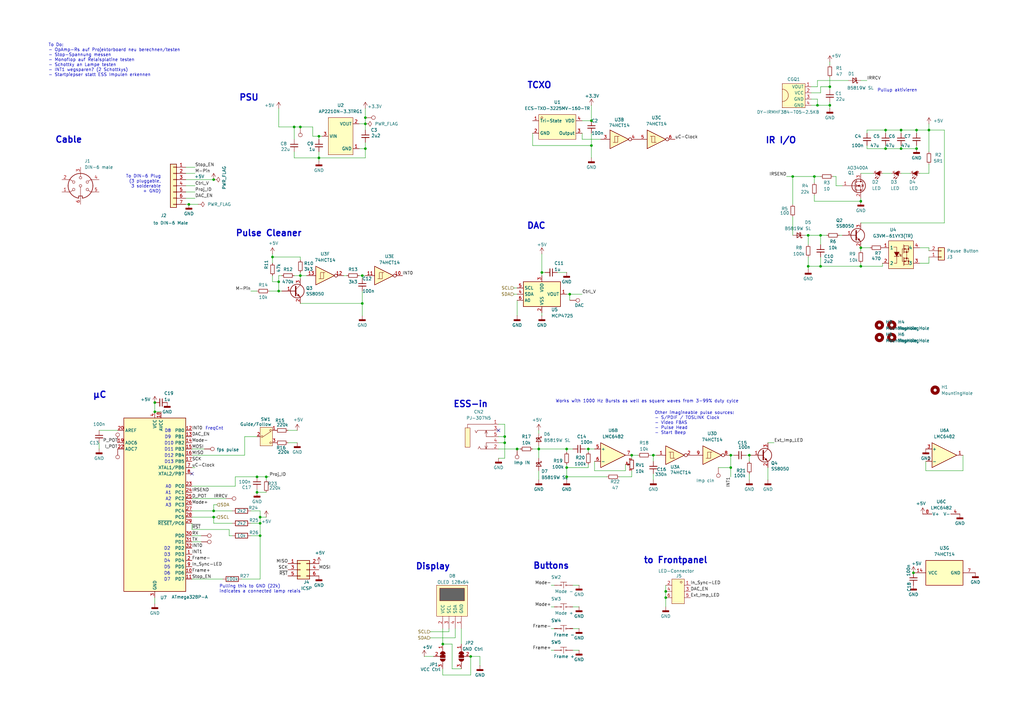
<source format=kicad_sch>
(kicad_sch (version 20231120) (generator "eeschema") (generator_version "8.0")
  (paper "A3")
  (title_block (title "ImpulsWerk Controller") (date "2025-02-11") (rev "Rev.A") (company "filmkorn.org") (comment 1 "Friedemann Wachsmuth"))
  (junction (at 299.72 191.77))
  (junction (at 299.72 186.69))
  (junction (at 207.01 181.61))
  (junction (at 193.04 269.24))
  (junction (at 267.97 186.69))
  (junction (at 381 53.34))
  (junction (at 335.28 43.18))
  (junction (at 325.12 72.39))
  (junction (at 109.22 195.58))
  (junction (at 375.92 53.34))
  (junction (at 222.25 111.76))
  (junction (at 242.57 49.53))
  (junction (at 353.06 82.55))
  (junction (at 149.86 48.26))
  (junction (at 307.34 186.69))
  (junction (at 232.41 195.58))
  (junction (at 114.3 115.57))
  (junction (at 220.98 184.15))
  (junction (at 336.55 109.22))
  (junction (at 273.05 245.11))
  (junction (at 105.41 195.58))
  (junction (at 63.5 168.91))
  (junction (at 181.61 264.16))
  (junction (at 87.63 73.66))
  (junction (at 242.57 59.69))
  (junction (at 106.68 212.09))
  (junction (at 375.92 60.96))
  (junction (at 149.86 50.8))
  (junction (at 148.59 124.46))
  (junction (at 114.3 119.38))
  (junction (at 212.09 184.15))
  (junction (at 63.5 165.1))
  (junction (at 123.19 113.03))
  (junction (at 241.3 184.15))
  (junction (at 105.41 201.93))
  (junction (at 340.36 43.18))
  (junction (at 331.47 109.22))
  (junction (at 130.81 64.77))
  (junction (at 149.86 60.96))
  (junction (at 363.22 60.96))
  (junction (at 233.68 120.65))
  (junction (at 148.59 113.03))
  (junction (at 130.81 55.88))
  (junction (at 123.19 52.07))
  (junction (at 340.36 35.56))
  (junction (at 77.47 83.82))
  (junction (at 369.57 53.34))
  (junction (at 106.68 219.71))
  (junction (at 353.06 101.6))
  (junction (at 259.08 186.69))
  (junction (at 374.65 234.95))
  (junction (at 353.06 109.22))
  (junction (at 87.63 212.09))
  (junction (at 363.22 53.34))
  (junction (at 207.01 179.07))
  (junction (at 336.55 96.52))
  (junction (at 232.41 184.15))
  (junction (at 369.57 60.96))
  (junction (at 106.68 214.63))
  (junction (at 331.47 96.52))
  (junction (at 120.65 52.07))
  (junction (at 232.41 191.77))
  (junction (at 87.63 209.55))
  (junction (at 273.05 242.57))
  (junction (at 111.76 105.41))
  (junction (at 334.01 72.39))
  (no_connect (at 78.74 194.31))
  (no_connect (at 204.47 176.53))
  (wire (pts (xy 241.3 185.42) (xy 241.3 184.15)))
  (wire (pts (xy 353.06 101.6) (xy 353.06 102.87)))
  (wire (pts (xy 87.63 209.55) (xy 95.25 209.55)))
  (wire (pts (xy 222.25 111.76) (xy 222.25 113.03)))
  (wire (pts (xy 123.19 105.41) (xy 123.19 106.68)))
  (wire (pts (xy 149.86 48.26) (xy 149.86 50.8)))
  (wire (pts (xy 344.17 96.52) (xy 345.44 96.52)))
  (wire (pts (xy 204.47 181.61) (xy 207.01 181.61)))
  (wire (pts (xy 226.06 257.81) (xy 227.33 257.81)))
  (wire (pts (xy 93.98 217.17) (xy 78.74 217.17)))
  (wire (pts (xy 361.95 71.12) (xy 365.76 71.12)))
  (wire (pts (xy 234.95 257.81) (xy 237.49 257.81)))
  (wire (pts (xy 181.61 276.86) (xy 193.04 276.86)))
  (wire (pts (xy 340.36 43.18) (xy 335.28 43.18)))
  (wire (pts (xy 226.06 248.92) (xy 227.33 248.92)))
  (wire (pts (xy 78.74 204.47) (xy 92.71 204.47)))
  (wire (pts (xy 342.9 76.2) (xy 342.9 72.39)))
  (wire (pts (xy 248.92 195.58) (xy 232.41 195.58)))
  (wire (pts (xy 363.22 60.96) (xy 369.57 60.96)))
  (wire (pts (xy 114.3 52.07) (xy 120.65 52.07)))
  (wire (pts (xy 342.9 72.39) (xy 341.63 72.39)))
  (wire (pts (xy 335.28 40.64) (xy 335.28 43.18)))
  (wire (pts (xy 361.95 109.22) (xy 353.06 109.22)))
  (wire (pts (xy 331.47 96.52) (xy 331.47 100.33)))
  (wire (pts (xy 299.72 191.77) (xy 299.72 186.69)))
  (wire (pts (xy 381 53.34) (xy 375.92 53.34)))
  (wire (pts (xy 379.73 193.04) (xy 394.97 193.04)))
  (wire (pts (xy 123.19 52.07) (xy 128.27 52.07)))
  (wire (pts (xy 128.27 52.07) (xy 128.27 55.88)))
  (wire (pts (xy 220.98 184.15) (xy 232.41 184.15)))
  (wire (pts (xy 63.5 245.11) (xy 63.5 247.65)))
  (wire (pts (xy 335.28 33.02) (xy 347.98 33.02)))
  (wire (pts (xy 335.28 43.18) (xy 332.74 43.18)))
  (wire (pts (xy 207.01 179.07) (xy 207.01 181.61)))
  (wire (pts (xy 363.22 53.34) (xy 355.6 53.34)))
  (wire (pts (xy 353.06 101.6) (xy 356.87 101.6)))
  (wire (pts (xy 332.74 40.64) (xy 335.28 40.64)))
  (wire (pts (xy 377.19 71.12) (xy 381 71.12)))
  (wire (pts (xy 123.19 124.46) (xy 148.59 124.46)))
  (wire (pts (xy 149.86 60.96) (xy 149.86 64.77)))
  (wire (pts (xy 78.74 184.15) (xy 83.82 184.15)))
  (wire (pts (xy 111.76 104.14) (xy 111.76 105.41)))
  (wire (pts (xy 223.52 111.76) (xy 222.25 111.76)))
  (wire (pts (xy 186.69 261.62) (xy 186.69 257.81)))
  (wire (pts (xy 331.47 109.22) (xy 336.55 109.22)))
  (wire (pts (xy 148.59 114.3) (xy 148.59 113.03)))
  (wire (pts (xy 369.57 53.34) (xy 369.57 54.61)))
  (wire (pts (xy 355.6 53.34) (xy 355.6 54.61)))
  (wire (pts (xy 130.81 55.88) (xy 132.08 55.88)))
  (wire (pts (xy 394.97 193.04) (xy 394.97 186.69)))
  (wire (pts (xy 363.22 59.69) (xy 363.22 60.96)))
  (wire (pts (xy 88.9 212.09) (xy 87.63 212.09)))
  (wire (pts (xy 220.98 176.53) (xy 220.98 177.8)))
  (wire (pts (xy 222.25 128.27) (xy 222.25 129.54)))
  (wire (pts (xy 189.23 274.32) (xy 185.42 274.32)))
  (wire (pts (xy 334.01 82.55) (xy 353.06 82.55)))
  (wire (pts (xy 109.22 195.58) (xy 110.49 195.58)))
  (wire (pts (xy 76.2 73.66) (xy 87.63 73.66)))
  (wire (pts (xy 242.57 43.18) (xy 242.57 49.53)))
  (wire (pts (xy 78.74 191.77) (xy 80.01 191.77)))
  (wire (pts (xy 114.3 113.03) (xy 114.3 115.57)))
  (wire (pts (xy 381 107.95) (xy 377.19 107.95)))
  (wire (pts (xy 259.08 193.04) (xy 259.08 195.58)))
  (wire (pts (xy 130.81 55.88) (xy 130.81 57.15)))
  (wire (pts (xy 375.92 54.61) (xy 375.92 53.34)))
  (wire (pts (xy 106.68 209.55) (xy 106.68 212.09)))
  (wire (pts (xy 114.3 44.45) (xy 114.3 52.07)))
  (wire (pts (xy 340.36 41.91) (xy 340.36 43.18)))
  (wire (pts (xy 355.6 60.96) (xy 363.22 60.96)))
  (wire (pts (xy 212.09 118.11) (xy 210.82 118.11)))
  (wire (pts (xy 369.57 71.12) (xy 373.38 71.12)))
  (wire (pts (xy 105.41 201.93) (xy 105.41 200.66)))
  (wire (pts (xy 78.74 212.09) (xy 87.63 212.09)))
  (wire (pts (xy 140.97 113.03) (xy 142.24 113.03)))
  (wire (pts (xy 102.87 209.55) (xy 106.68 209.55)))
  (wire (pts (xy 259.08 195.58) (xy 254 195.58)))
  (wire (pts (xy 332.74 35.56) (xy 335.28 35.56)))
  (wire (pts (xy 111.76 113.03) (xy 111.76 115.57)))
  (wire (pts (xy 185.42 274.32) (xy 185.42 264.16)))
  (wire (pts (xy 149.86 64.77) (xy 130.81 64.77)))
  (wire (pts (xy 242.57 54.61) (xy 242.57 59.69)))
  (wire (pts (xy 102.87 214.63) (xy 106.68 214.63)))
  (wire (pts (xy 78.74 209.55) (xy 87.63 209.55)))
  (wire (pts (xy 96.52 195.58) (xy 105.41 195.58)))
  (wire (pts (xy 381 101.6) (xy 377.19 101.6)))
  (wire (pts (xy 76.2 78.74) (xy 80.01 78.74)))
  (wire (pts (xy 120.65 113.03) (xy 123.19 113.03)))
  (wire (pts (xy 381 101.6) (xy 381 102.87)))
  (wire (pts (xy 294.64 191.77) (xy 299.72 191.77)))
  (wire (pts (xy 340.36 25.4) (xy 340.36 26.67)))
  (wire (pts (xy 114.3 119.38) (xy 115.57 119.38)))
  (wire (pts (xy 340.36 31.75) (xy 340.36 35.56)))
  (wire (pts (xy 114.3 115.57) (xy 114.3 119.38)))
  (wire (pts (xy 87.63 207.01) (xy 88.9 207.01)))
  (wire (pts (xy 226.06 240.03) (xy 227.33 240.03)))
  (wire (pts (xy 232.41 120.65) (xy 233.68 120.65)))
  (wire (pts (xy 336.55 105.41) (xy 336.55 109.22)))
  (wire (pts (xy 334.01 80.01) (xy 334.01 82.55)))
  (wire (pts (xy 193.04 276.86) (xy 193.04 269.24)))
  (wire (pts (xy 336.55 38.1) (xy 336.55 35.56)))
  (wire (pts (xy 204.47 187.96) (xy 207.01 187.96)))
  (wire (pts (xy 80.01 71.12) (xy 76.2 71.12)))
  (wire (pts (xy 111.76 105.41) (xy 123.19 105.41)))
  (wire (pts (xy 232.41 196.85) (xy 232.41 195.58)))
  (wire (pts (xy 80.01 68.58) (xy 76.2 68.58)))
  (wire (pts (xy 306.07 186.69) (xy 307.34 186.69)))
  (wire (pts (xy 115.57 113.03) (xy 114.3 113.03)))
  (wire (pts (xy 106.68 214.63) (xy 106.68 219.71)))
  (wire (pts (xy 78.74 199.39) (xy 96.52 199.39)))
  (wire (pts (xy 96.52 195.58) (xy 96.52 199.39)))
  (wire (pts (xy 87.63 214.63) (xy 87.63 212.09)))
  (wire (pts (xy 77.47 83.82) (xy 76.2 83.82)))
  (wire (pts (xy 130.81 64.77) (xy 130.81 66.04)))
  (wire (pts (xy 77.47 83.82) (xy 81.28 83.82)))
  (wire (pts (xy 204.47 184.15) (xy 212.09 184.15)))
  (wire (pts (xy 242.57 64.77) (xy 242.57 59.69)))
  (wire (pts (xy 181.61 257.81) (xy 181.61 264.16)))
  (wire (pts (xy 238.76 57.15) (xy 246.38 57.15)))
  (wire (pts (xy 353.06 81.28) (xy 353.06 82.55)))
  (wire (pts (xy 123.19 114.3) (xy 123.19 113.03)))
  (wire (pts (xy 241.3 191.77) (xy 232.41 191.77)))
  (wire (pts (xy 336.55 96.52) (xy 339.09 96.52)))
  (wire (pts (xy 233.68 120.65) (xy 238.76 120.65)))
  (wire (pts (xy 93.98 219.71) (xy 93.98 217.17)))
  (wire (pts (xy 40.64 176.53) (xy 48.26 176.53)))
  (wire (pts (xy 232.41 184.15) (xy 234.95 184.15)))
  (wire (pts (xy 212.09 123.19) (xy 212.09 129.54)))
  (wire (pts (xy 241.3 190.5) (xy 241.3 191.77)))
  (wire (pts (xy 355.6 59.69) (xy 355.6 60.96)))
  (wire (pts (xy 120.65 57.15) (xy 120.65 52.07)))
  (wire (pts (xy 353.06 71.12) (xy 358.14 71.12)))
  (wire (pts (xy 307.34 194.31) (xy 307.34 196.85)))
  (wire (pts (xy 335.28 33.02) (xy 335.28 35.56)))
  (wire (pts (xy 148.59 119.38) (xy 148.59 124.46)))
  (wire (pts (xy 332.74 38.1) (xy 336.55 38.1)))
  (wire (pts (xy 110.49 119.38) (xy 114.3 119.38)))
  (wire (pts (xy 269.24 186.69) (xy 267.97 186.69)))
  (wire (pts (xy 232.41 191.77) (xy 232.41 195.58)))
  (wire (pts (xy 369.57 60.96) (xy 375.92 60.96)))
  (wire (pts (xy 63.5 168.91) (xy 63.5 165.1)))
  (wire (pts (xy 78.74 217.17) (xy 78.74 214.63)))
  (wire (pts (xy 340.36 35.56) (xy 340.36 36.83)))
  (wire (pts (xy 123.19 113.03) (xy 123.19 111.76)))
  (wire (pts (xy 148.59 113.03) (xy 149.86 113.03)))
  (wire (pts (xy 196.85 269.24) (xy 193.04 269.24)))
  (wire (pts (xy 267.97 186.69) (xy 267.97 189.23)))
  (wire (pts (xy 331.47 105.41) (xy 331.47 109.22)))
  (wire (pts (xy 120.65 64.77) (xy 120.65 62.23)))
  (wire (pts (xy 299.72 191.77) (xy 299.72 195.58)))
  (wire (pts (xy 207.01 179.07) (xy 204.47 179.07)))
  (wire (pts (xy 218.44 184.15) (xy 220.98 184.15)))
  (wire (pts (xy 130.81 64.77) (xy 120.65 64.77)))
  (wire (pts (xy 363.22 53.34) (xy 363.22 54.61)))
  (wire (pts (xy 149.86 60.96) (xy 149.86 58.42)))
  (wire (pts (xy 100.33 179.07) (xy 105.41 179.07)))
  (wire (pts (xy 234.95 240.03) (xy 237.49 240.03)))
  (wire (pts (xy 189.23 264.16) (xy 189.23 257.81)))
  (wire (pts (xy 148.59 129.54) (xy 148.59 124.46)))
  (wire (pts (xy 381 67.31) (xy 381 71.12)))
  (wire (pts (xy 273.05 242.57) (xy 273.05 245.11)))
  (wire (pts (xy 238.76 49.53) (xy 242.57 49.53)))
  (wire (pts (xy 218.44 54.61) (xy 218.44 59.69)))
  (wire (pts (xy 212.09 184.15) (xy 213.36 184.15)))
  (wire (pts (xy 336.55 35.56) (xy 340.36 35.56)))
  (wire (pts (xy 259.08 186.69) (xy 261.62 186.69)))
  (wire (pts (xy 100.33 186.69) (xy 78.74 186.69)))
  (wire (pts (xy 375.92 59.69) (xy 375.92 60.96)))
  (wire (pts (xy 300.99 186.69) (xy 299.72 186.69)))
  (wire (pts (xy 334.01 72.39) (xy 336.55 72.39)))
  (wire (pts (xy 111.76 105.41) (xy 111.76 107.95)))
  (wire (pts (xy 243.84 189.23) (xy 243.84 193.04)))
  (wire (pts (xy 105.41 201.93) (xy 109.22 201.93)))
  (wire (pts (xy 375.92 53.34) (xy 369.57 53.34)))
  (wire (pts (xy 87.63 214.63) (xy 95.25 214.63)))
  (wire (pts (xy 78.74 237.49) (xy 91.44 237.49)))
  (wire (pts (xy 100.33 179.07) (xy 100.33 186.69)))
  (wire (pts (xy 381 53.34) (xy 381 50.8)))
  (wire (pts (xy 322.58 72.39) (xy 325.12 72.39)))
  (wire (pts (xy 369.57 53.34) (xy 363.22 53.34)))
  (wire (pts (xy 220.98 182.88) (xy 220.98 184.15)))
  (wire (pts (xy 273.05 245.11) (xy 273.05 248.92)))
  (wire (pts (xy 325.12 88.9) (xy 325.12 96.52)))
  (wire (pts (xy 232.41 190.5) (xy 232.41 191.77)))
  (wire (pts (xy 234.95 266.7) (xy 237.49 266.7)))
  (wire (pts (xy 109.22 195.58) (xy 109.22 196.85)))
  (wire (pts (xy 102.87 219.71) (xy 106.68 219.71)))
  (wire (pts (xy 243.84 193.04) (xy 256.54 193.04)))
  (wire (pts (xy 353.06 91.44) (xy 387.35 91.44)))
  (wire (pts (xy 80.01 76.2) (xy 76.2 76.2)))
  (wire (pts (xy 267.97 194.31) (xy 267.97 196.85)))
  (wire (pts (xy 379.73 189.23) (xy 379.73 193.04)))
  (wire (pts (xy 340.36 43.18) (xy 340.36 44.45)))
  (wire (pts (xy 334.01 72.39) (xy 334.01 74.93)))
  (wire (pts (xy 325.12 72.39) (xy 325.12 83.82)))
  (wire (pts (xy 207.01 173.99) (xy 207.01 179.07)))
  (wire (pts (xy 82.55 219.71) (xy 78.74 219.71)))
  (wire (pts (xy 241.3 184.15) (xy 243.84 184.15)))
  (wire (pts (xy 149.86 50.8) (xy 149.86 53.34)))
  (wire (pts (xy 259.08 186.69) (xy 259.08 187.96)))
  (wire (pts (xy 353.06 107.95) (xy 353.06 109.22)))
  (wire (pts (xy 196.85 269.24) (xy 196.85 273.05)))
  (wire (pts (xy 102.87 119.38) (xy 105.41 119.38)))
  (wire (pts (xy 314.96 191.77) (xy 314.96 196.85)))
  (wire (pts (xy 228.6 111.76) (xy 232.41 111.76)))
  (wire (pts (xy 149.86 44.45) (xy 149.86 48.26)))
  (wire (pts (xy 176.53 261.62) (xy 186.69 261.62)))
  (wire (pts (xy 118.11 176.53) (xy 121.92 176.53)))
  (wire (pts (xy 330.2 96.52) (xy 331.47 96.52)))
  (wire (pts (xy 128.27 55.88) (xy 130.81 55.88)))
  (wire (pts (xy 105.41 195.58) (xy 109.22 195.58)))
  (wire (pts (xy 147.32 113.03) (xy 148.59 113.03)))
  (wire (pts (xy 336.55 109.22) (xy 353.06 109.22)))
  (wire (pts (xy 273.05 240.03) (xy 273.05 242.57)))
  (wire (pts (xy 99.06 237.49) (xy 106.68 237.49)))
  (wire (pts (xy 80.01 81.28) (xy 76.2 81.28)))
  (wire (pts (xy 314.96 181.61) (xy 317.5 181.61)))
  (wire (pts (xy 130.81 62.23) (xy 130.81 64.77)))
  (wire (pts (xy 336.55 96.52) (xy 336.55 100.33)))
  (wire (pts (xy 232.41 184.15) (xy 232.41 185.42)))
  (wire (pts (xy 233.68 120.65) (xy 233.68 123.19)))
  (wire (pts (xy 106.68 212.09) (xy 106.68 214.63)))
  (wire (pts (xy 331.47 109.22) (xy 331.47 110.49)))
  (wire (pts (xy 381 105.41) (xy 381 107.95)))
  (wire (pts (xy 40.64 181.61) (xy 40.64 184.15)))
  (wire (pts (xy 218.44 59.69) (xy 242.57 59.69)))
  (wire (pts (xy 147.32 60.96) (xy 149.86 60.96)))
  (wire (pts (xy 256.54 193.04) (xy 256.54 190.5)))
  (wire (pts (xy 387.35 53.34) (xy 381 53.34)))
  (wire (pts (xy 220.98 184.15) (xy 220.98 187.96)))
  (wire (pts (xy 87.63 207.01) (xy 87.63 209.55)))
  (wire (pts (xy 63.5 168.91) (xy 66.04 168.91)))
  (wire (pts (xy 181.61 274.32) (xy 181.61 276.86)))
  (wire (pts (xy 325.12 72.39) (xy 334.01 72.39)))
  (wire (pts (xy 82.55 222.25) (xy 78.74 222.25)))
  (wire (pts (xy 173.99 269.24) (xy 177.8 269.24)))
  (wire (pts (xy 234.95 248.92) (xy 237.49 248.92)))
  (wire (pts (xy 212.09 120.65) (xy 210.82 120.65)))
  (wire (pts (xy 226.06 266.7) (xy 227.33 266.7)))
  (wire (pts (xy 381 53.34) (xy 381 62.23)))
  (wire (pts (xy 111.76 115.57) (xy 114.3 115.57)))
  (wire (pts (xy 387.35 91.44) (xy 387.35 53.34)))
  (wire (pts (xy 331.47 96.52) (xy 336.55 96.52)))
  (wire (pts (xy 109.22 212.09) (xy 106.68 212.09)))
  (wire (pts (xy 307.34 186.69) (xy 307.34 189.23)))
  (wire (pts (xy 123.19 113.03) (xy 125.73 113.03)))
  (wire (pts (xy 240.03 184.15) (xy 241.3 184.15)))
  (wire (pts (xy 120.65 52.07) (xy 123.19 52.07)))
  (wire (pts (xy 176.53 259.08) (xy 184.15 259.08)))
  (wire (pts (xy 93.98 219.71) (xy 95.25 219.71)))
  (wire (pts (xy 185.42 264.16) (xy 181.61 264.16)))
  (wire (pts (xy 207.01 181.61) (xy 207.01 187.96)))
  (wire (pts (xy 361.95 107.95) (xy 361.95 109.22)))
  (wire (pts (xy 184.15 259.08) (xy 184.15 257.81)))
  (wire (pts (xy 220.98 193.04) (xy 220.98 196.85)))
  (wire (pts (xy 222.25 104.14) (xy 222.25 111.76)))
  (wire (pts (xy 238.76 54.61) (xy 238.76 57.15)))
  (wire (pts (xy 353.06 33.02) (xy 355.6 33.02)))
  (wire (pts (xy 106.68 237.49) (xy 106.68 219.71)))
  (wire (pts (xy 118.11 181.61) (xy 121.92 181.61)))
  (wire (pts (xy 204.47 173.99) (xy 207.01 173.99)))
  (wire (pts (xy 147.32 50.8) (xy 149.86 50.8)))
  (wire (pts (xy 342.9 76.2) (xy 345.44 76.2)))
  (wire (pts (xy 369.57 59.69) (xy 369.57 60.96)))
  (wire (pts (xy 266.7 186.69) (xy 267.97 186.69)))
  (text "D10" (at 69.342 181.864 0) (effects (font (size 1.27 1.27))))
  (text "Pullup aktivieren" (at 368.046 37.084 0) (effects (font (size 1.27 1.27))))
  (text "Display" (at 177.546 232.41 0) (effects (font (size 2.54 2.54) (thickness 0.508) (bold yes))))
  (text "D2" (at 68.58 225.044 0) (effects (font (size 1.27 1.27))))
  (text "D7" (at 68.58 237.744 0) (effects (font (size 1.27 1.27))))
  (text "D6" (at 68.58 235.204 0) (effects (font (size 1.27 1.27))))
  (text "Other imagineable pulse sources:\n- S/PDIF / TOSLINK Clock\n- Video FBAS\n- Pulse Head\n- Start Beep" (at 268.478 173.482 0) (effects (font (size 1.27 1.27)) (justify left)))
  (text "D13" (at 69.342 189.484 0) (effects (font (size 1.27 1.27))))
  (text "A0" (at 69.088 199.644 0) (effects (font (size 1.27 1.27))))
  (text "µC" (at 40.894 162.052 0) (effects (font (size 2.54 2.54) (thickness 0.508) (bold yes))))
  (text "D4" (at 68.58 230.124 0) (effects (font (size 1.27 1.27))))
  (text "A1" (at 69.088 202.184 0) (effects (font (size 1.27 1.27))))
  (text "D3" (at 68.58 227.584 0) (effects (font (size 1.27 1.27))))
  (text "Buttons" (at 226.06 232.156 0) (effects (font (size 2.54 2.54) (thickness 0.508) (bold yes))))
  (text "to Frontpanel" (at 277.114 229.87 0) (effects (font (size 2.54 2.54) (thickness 0.508) (bold yes))))
  (text "A3" (at 69.088 207.264 0) (effects (font (size 1.27 1.27))))
  (text "Pulling this to GND (22k)\nindicates a connected lamp relais" (at 89.916 241.554 0) (effects (font (size 1.27 1.27)) (justify left)))
  (text "To Do:\n- OpAmp-Rs auf Projektorboard neu berechnen/testen\n- Stop-Spannung messen\n- Monoflop auf Relaisplatine testen\n- Schottky an Lampe testen\n- INT1 wegsparen? (2 Schottkys)\n- Startpiepser statt ESS Impulen erkennen\n" (at 19.812 17.78 0) (effects (font (size 1.27 1.27)) (justify left top)))
  (text "Pulse Cleaner" (at 110.236 95.758 0) (effects (font (size 2.54 2.54) (thickness 0.508) (bold yes))))
  (text "Cable" (at 28.194 57.404 0) (effects (font (size 2.54 2.54) (thickness 0.508) (bold yes))))
  (text "D11" (at 69.342 184.404 0) (effects (font (size 1.27 1.27))))
  (text "TCXO" (at 221.234 35.052 0) (effects (font (size 2.54 2.54) (thickness 0.508) (bold yes))))
  (text "DAC" (at 219.964 92.71 0) (effects (font (size 2.54 2.54) (thickness 0.508) (bold yes))))
  (text "D8" (at 68.834 176.784 0) (effects (font (size 1.27 1.27))))
  (text "Works with 1000 Hz Bursts as well as square waves from 3-99% duty cylce" (at 265.43 164.592 0) (effects (font (size 1.27 1.27))))
  (text "A2" (at 69.088 204.724 0) (effects (font (size 1.27 1.27))))
  (text "FreqCnt" (at 87.884 175.768 0) (effects (font (size 1.27 1.27))))
  (text "ESS-in" (at 193.04 165.862 0) (effects (font (size 2.54 2.54) (thickness 0.508) (bold yes))))
  (text "PSU" (at 102.108 40.132 0) (effects (font (size 2.54 2.54) (thickness 0.508) (bold yes))))
  (text "D12" (at 69.342 186.944 0) (effects (font (size 1.27 1.27))))
  (text "D5" (at 68.58 232.664 0) (effects (font (size 1.27 1.27))))
  (text "To DIN-6 Plug\n(3 pluggable,\n3 solderable\n+ GND)" (at 66.04 75.438 0) (effects (font (size 1.27 1.27)) (justify right)))
  (text "IR I/O" (at 320.294 57.658 0) (effects (font (size 2.54 2.54) (thickness 0.508) (bold yes))))
  (text "D9" (at 68.834 179.324 0) (effects (font (size 1.27 1.27))))
  (label "MISO" (at 78.74 186.69 0))
  (label "Proj_ID" (at 110.49 195.58 0))
  (label "RX" (at 78.74 219.71 0))
  (label "Mode-" (at 226.06 240.03 180))
  (label "Frame+" (at 226.06 266.7 180))
  (label "Mode+" (at 226.06 248.92 180))
  (label "INT1" (at 78.74 227.33 0))
  (label "M-Pin" (at 102.87 119.38 180))
  (label "I_POT" (at 48.26 184.15 180))
  (label "SCK" (at 118.11 233.68 180))
  (label "Frame+" (at 78.74 234.95 0))
  (label "In_Sync-LED" (at 78.74 232.41 0))
  (label "In_Sync-LED" (at 283.21 240.03 0))
  (label "INT0" (at 78.74 224.79 0))
  (label "INT1" (at 299.72 195.58 270))
  (label "MOSI" (at 78.74 184.15 0))
  (label "Stop_EN" (at 78.74 237.49 0))
  (label "SCK" (at 78.74 189.23 0))
  (label "DAC_EN" (at 283.21 242.57 0))
  (label "Ext_Imp_LED" (at 283.21 245.11 0))
  (label "IRSEND" (at 322.58 72.39 180))
  (label "IRRCV" (at 87.63 204.47 0))
  (label "uC-Clock" (at 276.86 57.15 0))
  (label "Stop_EN" (at 80.01 68.58 0))
  (label "Ctrl_V" (at 80.01 76.2 0))
  (label "Ext_Imp_LED" (at 317.5 181.61 0))
  (label "Frame-" (at 78.74 229.87 0))
  (label "P_POT" (at 48.26 181.61 180))
  (label "~{RST}" (at 78.74 217.17 0))
  (label "IRSEND" (at 78.74 201.93 0))
  (label "DAC_EN" (at 80.01 81.28 0))
  (label "D_POT" (at 78.74 204.47 0))
  (label "TX" (at 78.74 222.25 0))
  (label "MISO" (at 118.11 231.14 180))
  (label "Proj_ID" (at 80.01 78.74 0))
  (label "INT0" (at 165.1 113.03 0))
  (label "Mode-" (at 78.74 181.61 0))
  (label "Frame-" (at 226.06 257.81 180))
  (label "~{RST}" (at 118.11 236.22 180))
  (label "uC-Clock" (at 78.74 191.77 0))
  (label "MOSI" (at 130.81 233.68 0))
  (label "Ctrl_V" (at 238.76 120.65 0))
  (label "IRRCV" (at 355.6 33.02 0))
  (label "INT0" (at 78.74 176.53 0))
  (label "Mode+" (at 78.74 207.01 0))
  (label "M-Pin" (at 80.01 71.12 0))
  (label "DAC_EN" (at 78.74 179.07 0))
  (hierarchical_label "SDA" (shape input) (at 88.9 207.01 0))
  (hierarchical_label "SCL" (shape input) (at 88.9 212.09 0))
  (hierarchical_label "SCL" (shape input) (at 176.53 259.08 180))
  (hierarchical_label "SDA" (shape input) (at 176.53 261.62 180))
  (hierarchical_label "SDA" (shape input) (at 210.82 120.65 180))
  (hierarchical_label "SCL" (shape input) (at 210.82 118.11 180))
  (symbol (lib_id "easyEDA:SW-C455116-nicer") (at 231.14 240.03 0) (mirror y) (unit 1)
    (property "Reference" "SW2" (at 228.092 236.728 0))
    (property "Value" "Mode -" (at 231.394 242.57 0))
    (property "Footprint" "easyEDA:SW-SMD_4P-L6.0-W6.0-P4.50-LS9.0-H11.5" (effects (hide yes)))
    (property "Datasheet" "https://lcsc.com/product-detail/Others_Omron-Electronics_B3F-5000_Omron-Electronics-B3F-5000_C93156.html" (effects (hide yes)))
    (property "Description" "Push button switch, generic, two pins" (effects (hide yes)))
    (property "LCSC" "C455123" (effects (hide yes)))
    (property "LCSC Part" "C93156" (effects (hide yes)))
  )
  (symbol (lib_id "Peacemans Teile:74HCT14") (at 133.35 113.03 0) (unit 6)
    (property "Reference" "U3" (at 133.35 104.14 0))
    (property "Value" "74HCT14" (at 133.35 106.68 0))
    (property "Footprint" "Package_SO:TSSOP-14_4.4x5mm_P0.65mm" (effects (hide yes)))
    (property "Datasheet" "https://www.ti.com/lit/ds/symlink/sn74hct14.pdf" (effects (hide yes)))
    (property "Description" "Hex inverter schmitt trigger" (effects (hide yes)))
    (property "LCSC" "C5968" (effects (hide yes)))
  )
  (symbol (lib_id "Peacemans Teile:TestPoint_named") (at 212.09 184.15 180) (unit 1)
    (property "Reference" "TP9" (effects (hide yes)))
    (property "Value" "Imp IN" (at 210.82 189.738 0) (effects (justify right)))
    (property "Footprint" "TestPoint:TestPoint_THTPad_1.5x1.5mm_Drill0.7mm" (effects (hide yes)))
    (property "Description" "test point" (effects (hide yes)))
  )
  (symbol (lib_id "Peacemans Teile:TestPoint_named") (at 82.55 222.25 270) (unit 1)
    (property "Reference" "TP13" (effects (hide yes)))
    (property "Value" "Tx" (effects (hide yes)))
    (property "Footprint" "TestPoint:TestPoint_THTPad_1.5x1.5mm_Drill0.7mm" (effects (hide yes)))
    (property "Description" "test point" (effects (hide yes)))
  )
  (symbol (lib_id "power:GNDD") (at 400.05 234.95 0) (unit 1)
    (property "Reference" "#PWR038" (effects (hide yes)))
    (property "Value" "GND" (at 400.05 238.76 0))
    (property "Description" "Power symbol creates a global label with name \"GNDD\" , digital ground" (effects (hide yes)))
  )
  (symbol (lib_id "Device:R_Potentiometer_Small") (at 259.08 190.5 180) (unit 1)
    (property "Reference" "RV1" (at 260.604 190.754 0) (effects (justify right)))
    (property "Value" "10k" (at 260.604 193.294 0) (effects (justify right)))
    (property "Footprint" "easyEDA:RES-SMD_RK10J11R0A0H_fixed" (effects (hide yes)))
    (property "Datasheet" "https://www.mouser.de/datasheet/2/15/RKJ1-1370680.pdf" (effects (hide yes)))
    (property "Description" "Potentiometer" (effects (hide yes)))
    (property "LCSC" "C470766" (effects (hide yes)))
  )
  (symbol (lib_id "Peacemans Teile:74HCT14") (at 254 57.15 0) (unit 2)
    (property "Reference" "U3" (at 254 49.0982 0))
    (property "Value" "74HCT14" (at 254 51.4096 0))
    (property "Footprint" "Package_SO:TSSOP-14_4.4x5mm_P0.65mm" (effects (hide yes)))
    (property "Datasheet" "https://www.ti.com/lit/ds/symlink/sn74hct14.pdf" (effects (hide yes)))
    (property "Description" "Hex inverter schmitt trigger" (effects (hide yes)))
    (property "LCSC" "C5968" (effects (hide yes)))
  )
  (symbol (lib_name "SolderJumper_3_Bridged12_1") (lib_id "Jumper:SolderJumper_3_Bridged12") (at 189.23 269.24 90) (mirror x) (unit 1) (exclude_from_sim yes) (in_bom no)
    (property "Reference" "JP2" (at 194.31 263.652 90) (effects (justify left)))
    (property "Value" "GND Ctrl" (at 198.12 266.192 90) (effects (justify left)))
    (property "Footprint" "Jumper:SolderJumper-3_P1.3mm_Bridged2Bar12_RoundedPad1.0x1.5mm" (effects (hide yes)))
    (property "Description" "3-pole Solder Jumper, pins 1+2 closed/bridged" (effects (hide yes)))
  )
  (symbol (lib_id "power:GNDD") (at 232.41 196.85 0) (unit 1)
    (property "Reference" "#PWR028" (effects (hide yes)))
    (property "Value" "GND" (at 232.41 200.66 0))
    (property "Description" "Power symbol creates a global label with name \"GNDD\" , digital ground" (effects (hide yes)))
  )
  (symbol (lib_id "Peacemans Teile:74HCT14") (at 387.35 234.95 90) (unit 7)
    (property "Reference" "U3" (at 387.35 224.79 90))
    (property "Value" "74HCT14" (at 387.35 227.33 90))
    (property "Footprint" "Package_SO:TSSOP-14_4.4x5mm_P0.65mm" (effects (hide yes)))
    (property "Datasheet" "https://www.ti.com/lit/ds/symlink/sn74hct14.pdf" (effects (hide yes)))
    (property "Description" "Hex inverter schmitt trigger" (effects (hide yes)))
    (property "LCSC" "C5968" (effects (hide yes)))
  )
  (symbol (lib_id "Connector_Generic:Conn_02x03_Odd_Even") (at 123.19 233.68 0) (unit 1)
    (property "Reference" "J4" (at 125.73 238.76 0))
    (property "Value" "ICSP" (at 125.73 241.3 0))
    (property "Footprint" "Peacemans Teile:PinHeader_2x03_P2.54mm_Vertical_displaced" (effects (hide yes)))
    (property "Description" "Generic connector, double row, 02x03, odd/even pin numbering scheme (row 1 odd numbers, row 2 even numbers), script generated (kicad-library-utils/schlib/autogen/connector/)" (effects (hide yes)))
  )
  (symbol (lib_id "MCU_Microchip_ATmega:ATmega328P-A") (at 63.5 207.01 0) (unit 1)
    (property "Reference" "U7" (at 65.6941 245.11 0) (effects (justify left)))
    (property "Value" "ATmega328P-A" (at 70.358 244.856 0) (effects (justify left)))
    (property "Footprint" "Package_QFP:TQFP-32_7x7mm_P0.8mm" (effects (hide yes)))
    (property "Datasheet" "http://ww1.microchip.com/downloads/en/DeviceDoc/ATmega328_P%20AVR%20MCU%20with%20picoPower%20Technology%20Data%20Sheet%2040001984A.pdf" (effects (hide yes)))
    (property "Description" "20MHz, 32kB Flash, 2kB SRAM, 1kB EEPROM, TQFP-32" (effects (hide yes)))
    (property "LCSC" "C14877" (effects (hide yes)))
  )
  (symbol (lib_id "power:GNDD") (at 340.36 44.45 0) (mirror y) (unit 1)
    (property "Reference" "#PWR05" (effects (hide yes)))
    (property "Value" "GND" (at 340.36 48.26 0))
    (property "Description" "Power symbol creates a global label with name \"GNDD\" , digital ground" (effects (hide yes)))
  )
  (symbol (lib_id "power:GNDD") (at 242.57 64.77 0) (unit 1)
    (property "Reference" "#PWR08" (effects (hide yes)))
    (property "Value" "GND" (at 242.57 68.58 0))
    (property "Description" "Power symbol creates a global label with name \"GNDD\" , digital ground" (effects (hide yes)))
  )
  (symbol (lib_id "easyEDA:ZX-PM2.0-2-3PY") (at 278.13 242.57 0) (mirror y) (unit 1)
    (property "Reference" "J5" (at 279.654 236.22 0) (effects (justify left)))
    (property "Value" "LED-Connector" (at 284.734 234.188 0) (effects (justify left)))
    (property "Footprint" "easyEDA:HDR-TH_6P-P2.00-V-F-R2-C3-S2.00-2" (effects (hide yes)))
    (property "Datasheet" "https://www.lcsc.com/datasheet/lcsc_datasheet_2410121623_Megastar-ZX-PM2-0-2-3PY_C7499367.pdf" (effects (hide yes)))
    (property "Description" "Generic connector, single row, 01x04, script generated" (effects (hide yes)))
    (property "LCSC" "C7499367" (effects (hide yes)))
    (property "LCSC Part" "C7499367" (effects (hide yes)))
  )
  (symbol (lib_id "Mechanical:MountingHole") (at 365.76 133.35 0) (unit 1) (exclude_from_sim yes) (in_bom no)
    (property "Reference" "H4" (at 368.3 132.0799 0) (effects (justify left)))
    (property "Value" "MountingHole" (at 368.3 134.6199 0) (effects (justify left)))
    (property "Footprint" "MountingHole:MountingHole_3.2mm_M3_DIN965" (effects (hide yes)))
    (property "Description" "Mounting Hole without connection" (effects (hide yes)))
  )
  (symbol (lib_id "Device:R_Small") (at 381 64.77 0) (mirror y) (unit 1)
    (property "Reference" "R2" (at 384.81 63.5 0))
    (property "Value" "5R1" (at 384.81 66.04 0))
    (property "Footprint" "Resistor_SMD:R_0805_2012Metric" (effects (hide yes)))
    (property "Datasheet" "https://www.lcsc.com/datasheet/lcsc_datasheet_2411221126_UNI-ROYAL-Uniroyal-Elec-0805W8F510KT5E_C17724.pdf" (effects (hide yes)))
    (property "Description" "Resistor, small symbol" (effects (hide yes)))
    (property "LCSC" "C17724" (effects (hide yes)))
  )
  (symbol (lib_id "power:+3.3V") (at 242.57 43.18 0) (mirror y) (unit 1)
    (property "Reference" "#PWR02" (effects (hide yes)))
    (property "Value" "+3.3V" (at 242.824 39.37 0))
    (property "Description" "Power symbol creates a global label with name \"+3.3V\"" (effects (hide yes)))
  )
  (symbol (lib_id "Device:D_Schottky_Small") (at 327.66 96.52 180) (unit 1)
    (property "Reference" "D5" (at 332.74 91.186 0) (effects (justify left)))
    (property "Value" "B5819W SL" (at 332.74 93.726 0) (effects (justify left)))
    (property "Footprint" "Diode_SMD:D_SOD-123" (effects (hide yes)))
    (property "Datasheet" "https://www.lcsc.com/datasheet/lcsc_datasheet_2410121257_Jiangsu-Changjing-Electronics-Technology-Co---Ltd--B5819W-SL_C8598.pdf" (effects (hide yes)))
    (property "Description" "Schottky diode, small symbol" (effects (hide yes)))
    (property "LCSC" "C8598" (effects (hide yes)))
  )
  (symbol (lib_id "power:GNDD") (at 196.85 273.05 0) (unit 1)
    (property "Reference" "#PWR048" (effects (hide yes)))
    (property "Value" "GND" (at 196.85 276.86 0))
    (property "Description" "Power symbol creates a global label with name \"GNDD\" , digital ground" (effects (hide yes)))
  )
  (symbol (lib_id "Device:R_Small") (at 215.9 184.15 270) (unit 1)
    (property "Reference" "R17" (at 215.9 179.07 90))
    (property "Value" "10k" (at 215.9 181.61 90))
    (property "Footprint" "Resistor_SMD:R_0603_1608Metric" (effects (hide yes)))
    (property "Datasheet" "https://www.lcsc.com/datasheet/lcsc_datasheet_2411221127_UNI-ROYAL-Uniroyal-Elec-0603WAF1002T5E_C25804.pdf" (effects (hide yes)))
    (property "LCSC" "C25804" (effects (hide yes)))
  )
  (symbol (lib_id "easyEDA:SW-C455116-nicer") (at 231.14 257.81 0) (mirror y) (unit 1)
    (property "Reference" "SW4" (at 228.092 254.508 0))
    (property "Value" "Frame -" (at 231.394 260.35 0))
    (property "Footprint" "easyEDA:SW-SMD_4P-L6.0-W6.0-P4.50-LS9.0-H11.5" (effects (hide yes)))
    (property "Datasheet" "https://lcsc.com/product-detail/Others_Omron-Electronics_B3F-5000_Omron-Electronics-B3F-5000_C93156.html" (effects (hide yes)))
    (property "Description" "Push button switch, generic, two pins" (effects (hide yes)))
    (property "LCSC" "C455123" (effects (hide yes)))
    (property "LCSC Part" "C93156" (effects (hide yes)))
  )
  (symbol (lib_id "Mechanical:MountingHole") (at 360.68 138.43 0) (unit 1) (exclude_from_sim yes) (in_bom no)
    (property "Reference" "H5" (at 363.22 137.1599 0) (effects (justify left)))
    (property "Value" "MountingHole" (at 363.22 139.6999 0) (effects (justify left)))
    (property "Footprint" "MountingHole:MountingHole_3.2mm_M3_DIN965" (effects (hide yes)))
    (property "Description" "Mounting Hole without connection" (effects (hide yes)))
  )
  (symbol (lib_id "power:+5V") (at 111.76 104.14 0) (unit 1)
    (property "Reference" "#PWR013" (effects (hide yes)))
    (property "Value" "+5V" (at 112.141 99.7458 0))
    (property "Description" "Power symbol creates a global label with name \"+5V\"" (effects (hide yes)))
  )
  (symbol (lib_id "Device:C_Small") (at 303.53 186.69 270) (unit 1)
    (property "Reference" "C15" (at 302.514 181.61 90) (effects (justify left)))
    (property "Value" "100n" (at 302.768 183.388 90) (effects (justify left)))
    (property "Footprint" "Capacitor_SMD:C_0603_1608Metric" (effects (hide yes)))
    (property "LCSC" "C14663" (effects (hide yes)))
  )
  (symbol (lib_id "Device:D_Schottky_Small") (at 220.98 190.5 270) (unit 1)
    (property "Reference" "D7" (at 221.996 193.294 90) (effects (justify left)))
    (property "Value" "B5819W SL" (at 221.996 195.834 90) (effects (justify left)))
    (property "Footprint" "Diode_SMD:D_SOD-123" (effects (hide yes)))
    (property "Datasheet" "https://www.lcsc.com/datasheet/lcsc_datasheet_2410121257_Jiangsu-Changjing-Electronics-Technology-Co---Ltd--B5819W-SL_C8598.pdf" (effects (hide yes)))
    (property "Description" "Schottky diode, small symbol" (effects (hide yes)))
    (property "LCSC" "C8598" (effects (hide yes)))
  )
  (symbol (lib_id "Device:R_Small") (at 264.16 186.69 90) (mirror x) (unit 1)
    (property "Reference" "R18" (at 264.16 181.61 90))
    (property "Value" "10k" (at 264.16 184.15 90))
    (property "Footprint" "Resistor_SMD:R_0603_1608Metric" (effects (hide yes)))
    (property "Datasheet" "https://www.lcsc.com/datasheet/lcsc_datasheet_2411221127_UNI-ROYAL-Uniroyal-Elec-0603WAF1002T5E_C25804.pdf" (effects (hide yes)))
    (property "LCSC" "C25804" (effects (hide yes)))
  )
  (symbol (lib_id "Device:C_Small") (at 363.22 57.15 0) (mirror y) (unit 1)
    (property "Reference" "C5" (at 358.14 55.88 0) (effects (justify right)))
    (property "Value" "47u" (at 356.87 59.69 0) (effects (justify right)))
    (property "Footprint" "Capacitor_SMD:C_1206_3216Metric" (effects (hide yes)))
    (property "Datasheet" "https://datasheet.lcsc.com/lcsc/1810301816_Samsung-Electro-Mechanics-CL31A107MQHNNNE_C15008.pdf" (effects (hide yes)))
    (property "LCSC" "C15008" (effects (hide yes)))
  )
  (symbol (lib_id "Device:C_Small") (at 242.57 52.07 0) (unit 1)
    (property "Reference" "C2" (at 242.57 49.53 0) (effects (justify left)))
    (property "Value" "100n" (at 242.57 54.61 0) (effects (justify left)))
    (property "Footprint" "Capacitor_SMD:C_0603_1608Metric" (effects (hide yes)))
    (property "LCSC" "C14663" (effects (hide yes)))
  )
  (symbol (lib_id "easyEDA:SW-C455116-nicer") (at 231.14 266.7 0) (mirror y) (unit 1)
    (property "Reference" "SW5" (at 228.092 263.398 0))
    (property "Value" "Frame +" (at 231.394 269.24 0))
    (property "Footprint" "easyEDA:SW-SMD_4P-L6.0-W6.0-P4.50-LS9.0-H11.5" (effects (hide yes)))
    (property "Datasheet" "https://lcsc.com/product-detail/Others_Omron-Electronics_B3F-5000_Omron-Electronics-B3F-5000_C93156.html" (effects (hide yes)))
    (property "Description" "Push button switch, generic, two pins" (effects (hide yes)))
    (property "LCSC" "C455123" (effects (hide yes)))
    (property "LCSC Part" "C93156" (effects (hide yes)))
  )
  (symbol (lib_id "Device:R_Small") (at 334.01 77.47 0) (unit 1)
    (property "Reference" "R4" (at 330.2 76.2 0))
    (property "Value" "22k" (at 330.2 78.74 0))
    (property "Footprint" "Resistor_SMD:R_0603_1608Metric" (effects (hide yes)))
    (property "Datasheet" "https://www.lcsc.com/datasheet/lcsc_datasheet_2411221127_UNI-ROYAL-Uniroyal-Elec-0603WAF2202T5E_C31850.pdf" (effects (hide yes)))
    (property "Description" "Resistor, small symbol" (effects (hide yes)))
    (property "LCSC" "C31850" (effects (hide yes)))
  )
  (symbol (lib_id "power:GNDD") (at 40.64 184.15 0) (unit 1)
    (property "Reference" "#PWR024" (effects (hide yes)))
    (property "Value" "GND" (at 40.64 187.96 0))
    (property "Description" "Power symbol creates a global label with name \"GNDD\" , digital ground" (effects (hide yes)))
  )
  (symbol (lib_id "Mechanical:MountingHole") (at 365.76 138.43 0) (unit 1) (exclude_from_sim yes) (in_bom no)
    (property "Reference" "H6" (at 368.3 137.1599 0) (effects (justify left)))
    (property "Value" "MountingHole" (at 368.3 139.6999 0) (effects (justify left)))
    (property "Footprint" "MountingHole:MountingHole_3.2mm_M3_DIN965" (effects (hide yes)))
    (property "Description" "Mounting Hole without connection" (effects (hide yes)))
  )
  (symbol (lib_id "Peacemans Teile:74HCT14") (at 157.48 113.03 0) (unit 5)
    (property "Reference" "U3" (at 159.766 105.156 0))
    (property "Value" "74HCT14" (at 159.766 107.696 0))
    (property "Footprint" "Package_SO:TSSOP-14_4.4x5mm_P0.65mm" (effects (hide yes)))
    (property "Datasheet" "https://www.ti.com/lit/ds/symlink/sn74hct14.pdf" (effects (hide yes)))
    (property "Description" "Hex inverter schmitt trigger" (effects (hide yes)))
    (property "LCSC" "C5968" (effects (hide yes)))
  )
  (symbol (lib_id "power:+5V") (at 63.5 165.1 0) (unit 1)
    (property "Reference" "#PWR020" (effects (hide yes)))
    (property "Value" "+5V" (at 59.69 163.83 0))
    (property "Description" "Power symbol creates a global label with name \"+5V\"" (effects (hide yes)))
  )
  (symbol (lib_id "power:GNDD") (at 353.06 82.55 0) (unit 1)
    (property "Reference" "#PWR011" (effects (hide yes)))
    (property "Value" "GND" (at 353.06 86.36 0))
    (property "Description" "Power symbol creates a global label with name \"GNDD\" , digital ground" (effects (hide yes)))
  )
  (symbol (lib_id "Peacemans Teile:TestPoint_named") (at 123.19 52.07 0) (mirror x) (unit 1)
    (property "Reference" "TP2" (effects (hide yes)))
    (property "Value" "5V" (effects (hide yes)))
    (property "Footprint" "TestPoint:TestPoint_THTPad_1.5x1.5mm_Drill0.7mm" (effects (hide yes)))
    (property "Description" "test point" (effects (hide yes)))
  )
  (symbol (lib_id "Device:C_Small") (at 105.41 198.12 0) (unit 1)
    (property "Reference" "C17" (at 103.124 199.898 0) (effects (justify right)))
    (property "Value" "100n" (at 102.87 197.612 0) (effects (justify right)))
    (property "Footprint" "Capacitor_SMD:C_0603_1608Metric" (effects (hide yes)))
    (property "LCSC" "C14663" (effects (hide yes)))
  )
  (symbol (lib_id "Device:C_Small") (at 40.64 179.07 0) (unit 1)
    (property "Reference" "C13" (at 40.64 181.61 0) (effects (justify right)))
    (property "Value" "100n" (at 43.18 173.99 0) (effects (justify right)))
    (property "Footprint" "Capacitor_SMD:C_0603_1608Metric" (effects (hide yes)))
    (property "LCSC" "C14663" (effects (hide yes)))
  )
  (symbol (lib_id "power:+5V") (at 222.25 104.14 0) (unit 1)
    (property "Reference" "#PWR014" (effects (hide yes)))
    (property "Value" "+5V" (at 222.25 100.33 0))
    (property "Description" "Power symbol creates a global label with name \"+5V\"" (effects (hide yes)))
  )
  (symbol (lib_id "Peacemans Teile:TestPoint_named") (at 92.71 204.47 270) (unit 1)
    (property "Reference" "TP11" (effects (hide yes)))
    (property "Value" "D" (effects (hide yes)))
    (property "Footprint" "TestPoint:TestPoint_THTPad_1.5x1.5mm_Drill0.7mm" (effects (hide yes)))
    (property "Description" "test point" (effects (hide yes)))
  )
  (symbol (lib_id "Device:R_Small") (at 115.57 176.53 270) (unit 1)
    (property "Reference" "R15" (at 114.808 172.466 90))
    (property "Value" "220k" (at 115.824 174.244 90))
    (property "Footprint" "Resistor_SMD:R_0603_1608Metric" (effects (hide yes)))
    (property "Datasheet" "https://www.lcsc.com/datasheet/lcsc_datasheet_2411221126_UNI-ROYAL-Uniroyal-Elec-0603WAF2203T5E_C22961.pdf" (effects (hide yes)))
    (property "LCSC" "C22961" (effects (hide yes)))
  )
  (symbol (lib_id "power:PWR_FLAG") (at 87.63 73.66 270) (unit 1)
    (property "Reference" "#FLG02" (effects (hide yes)))
    (property "Value" "PWR_FLAG" (at 91.948 72.898 0))
    (property "Description" "Special symbol for telling ERC where power comes from" (effects (hide yes)))
  )
  (symbol (lib_id "Device:C_Small") (at 149.86 55.88 0) (unit 1)
    (property "Reference" "C3" (at 153.416 53.34 0))
    (property "Value" "2u2" (at 154.178 55.626 0))
    (property "Footprint" "Capacitor_SMD:C_0603_1608Metric" (effects (hide yes)))
    (property "LCSC" "C23630" (effects (hide yes)))
  )
  (symbol (lib_id "Device:C_Small") (at 120.65 59.69 0) (unit 1)
    (property "Reference" "C8" (at 116.332 58.928 0))
    (property "Value" "22u" (at 117.094 61.214 0))
    (property "Footprint" "Capacitor_SMD:C_0805_2012Metric" (effects (hide yes)))
    (property "LCSC" "C45783" (effects (hide yes)))
  )
  (symbol (lib_id "power:GNDD") (at 130.81 236.22 0) (unit 1)
    (property "Reference" "#PWR039" (effects (hide yes)))
    (property "Value" "GND" (at 130.81 240.03 0))
    (property "Description" "Power symbol creates a global label with name \"GNDD\" , digital ground" (effects (hide yes)))
  )
  (symbol (lib_id "power:GNDD") (at 148.59 129.54 0) (unit 1)
    (property "Reference" "#PWR017" (effects (hide yes)))
    (property "Value" "GND" (at 148.59 133.35 0))
    (property "Description" "Power symbol creates a global label with name \"GNDD\" , digital ground" (effects (hide yes)))
  )
  (symbol (lib_id "Connector:DIN-6") (at 33.02 76.2 0) (unit 1) (exclude_from_sim yes) (on_board no)
    (property "Reference" "J1" (at 34.6711 66.04 0) (effects (justify left)))
    (property "Value" "DIN-6 male" (at 34.6711 68.58 0) (effects (justify left)))
    (property "Datasheet" "http://www.mouser.com/ds/2/18/40_c091_abd_e-75918.pdf" (effects (hide yes)))
    (property "Description" "6-pin DIN connector" (effects (hide yes)))
  )
  (symbol (lib_id "Peacemans Teile:TestPoint_named") (at 82.55 219.71 270) (unit 1)
    (property "Reference" "TP12" (effects (hide yes)))
    (property "Value" "Rx" (effects (hide yes)))
    (property "Footprint" "TestPoint:TestPoint_THTPad_1.5x1.5mm_Drill0.7mm" (effects (hide yes)))
    (property "Description" "test point" (effects (hide yes)))
  )
  (symbol (lib_id "Device:R_Small") (at 331.47 102.87 0) (unit 1)
    (property "Reference" "R8" (at 327.66 101.6 0))
    (property "Value" "100k" (at 327.66 104.14 0))
    (property "Footprint" "Resistor_SMD:R_0603_1608Metric" (effects (hide yes)))
    (property "Datasheet" "https://www.lcsc.com/datasheet/lcsc_datasheet_2411221127_UNI-ROYAL-Uniroyal-Elec-0603WAF1003T5E_C25803.pdf" (effects (hide yes)))
    (property "Description" "Resistor, small symbol" (effects (hide yes)))
    (property "LCSC" "C25803" (effects (hide yes)))
  )
  (symbol (lib_id "power:GNDD") (at 68.58 165.1 0) (unit 1)
    (property "Reference" "#PWR049" (effects (hide yes)))
    (property "Value" "GND" (at 68.58 168.91 0))
    (property "Description" "Power symbol creates a global label with name \"GNDD\" , digital ground" (effects (hide yes)))
  )
  (symbol (lib_id "Connector_Generic:Conn_01x07") (at 71.12 76.2 0) (mirror y) (unit 1)
    (property "Reference" "J2" (at 68.326 88.392 0) (effects (justify left)))
    (property "Value" "to DIN-6 Male" (at 77.216 91.44 0) (effects (justify left)))
    (property "Footprint" "easyEDA:CONN-TH_S7B-XH-A-LF-SN" (effects (hide yes)))
    (property "Datasheet" "https://www.lcsc.com/datasheet/lcsc_datasheet_2304140030_JST-S7B-XH-A-LF-SN_C157916.pdf" (effects (hide yes)))
    (property "Description" "Generic connector, single row, 01x07, script generated (kicad-library-utils/schlib/autogen/connector/)" (effects (hide yes)))
    (property "LCSC" "C157916" (effects (hide yes)))
  )
  (symbol (lib_id "power:+5V") (at 109.22 212.09 0) (unit 1)
    (property "Reference" "#PWR035" (effects (hide yes)))
    (property "Value" "+5V" (at 109.22 213.868 0))
    (property "Description" "Power symbol creates a global label with name \"+5V\"" (effects (hide yes)))
  )
  (symbol (lib_id "Device:R_Small") (at 115.57 181.61 270) (unit 1)
    (property "Reference" "R16" (at 115.316 183.642 90))
    (property "Value" "220k" (at 116.332 185.42 90))
    (property "Footprint" "Resistor_SMD:R_0603_1608Metric" (effects (hide yes)))
    (property "Datasheet" "https://www.lcsc.com/datasheet/lcsc_datasheet_2411221126_UNI-ROYAL-Uniroyal-Elec-0603WAF2203T5E_C22961.pdf" (effects (hide yes)))
    (property "LCSC" "C22961" (effects (hide yes)))
  )
  (symbol (lib_id "Device:C_Small") (at 226.06 111.76 270) (unit 1)
    (property "Reference" "C11" (at 227.33 107.95 90) (effects (justify left)))
    (property "Value" "1u" (at 227.33 110.49 90) (effects (justify left)))
    (property "Footprint" "Capacitor_SMD:C_0603_1608Metric" (effects (hide yes)))
    (property "LCSC" "C15849" (effects (hide yes)))
  )
  (symbol (lib_id "Peacemans Teile:74HCT14") (at 292.1 186.69 0) (unit 4)
    (property "Reference" "U3" (at 292.1 177.8 0))
    (property "Value" "74HCT14" (at 292.1 180.34 0))
    (property "Footprint" "Package_SO:TSSOP-14_4.4x5mm_P0.65mm" (effects (hide yes)))
    (property "Datasheet" "https://www.ti.com/lit/ds/symlink/sn74hct14.pdf" (effects (hide yes)))
    (property "Description" "Hex inverter schmitt trigger" (effects (hide yes)))
    (property "LCSC" "C5968" (effects (hide yes)))
  )
  (symbol (lib_id "Device:R_Small") (at 353.06 105.41 0) (unit 1)
    (property "Reference" "R9" (at 348.234 104.14 0) (effects (justify left)))
    (property "Value" "10k" (at 348.234 106.68 0) (effects (justify left)))
    (property "Footprint" "Resistor_SMD:R_0603_1608Metric" (effects (hide yes)))
    (property "Datasheet" "https://www.lcsc.com/datasheet/lcsc_datasheet_2411221127_UNI-ROYAL-Uniroyal-Elec-0603WAF1002T5E_C25804.pdf" (effects (hide yes)))
    (property "Description" "Resistor, small symbol" (effects (hide yes)))
    (property "LCSC" "C25804" (effects (hide yes)))
  )
  (symbol (lib_id "Device:C_Small") (at 340.36 39.37 0) (unit 1)
    (property "Reference" "C1" (at 343.916 38.354 0))
    (property "Value" "22u" (at 344.678 40.64 0))
    (property "Footprint" "Capacitor_SMD:C_0805_2012Metric" (effects (hide yes)))
    (property "LCSC" "C45783" (effects (hide yes)))
  )
  (symbol (lib_id "Device:R_Small") (at 232.41 187.96 180) (unit 1)
    (property "Reference" "R19" (at 228.854 188.976 0))
    (property "Value" "100k" (at 228.854 191.516 0))
    (property "Footprint" "Resistor_SMD:R_0603_1608Metric" (effects (hide yes)))
    (property "Datasheet" "https://www.lcsc.com/datasheet/lcsc_datasheet_2411221127_UNI-ROYAL-Uniroyal-Elec-0603WAF1003T5E_C25803.pdf" (effects (hide yes)))
    (property "LCSC" "C25803" (effects (hide yes)))
  )
  (symbol (lib_id "Device:R_Small") (at 251.46 195.58 270) (unit 1)
    (property "Reference" "R22" (at 252.2855 197.5485 90))
    (property "Value" "47" (at 252.2855 200.0885 90))
    (property "Footprint" "Resistor_SMD:R_0603_1608Metric" (effects (hide yes)))
    (property "Datasheet" "https://www.lcsc.com/datasheet/lcsc_datasheet_2411221126_UNI-ROYAL-Uniroyal-Elec-0603WAF470JT5E_C23182.pdf" (effects (hide yes)))
    (property "LCSC" "C23182" (effects (hide yes)))
  )
  (symbol (lib_id "power:GNDD") (at 204.47 187.96 0) (unit 1)
    (property "Reference" "#PWR050" (effects (hide yes)))
    (property "Value" "GND" (at 204.47 191.77 0))
    (property "Description" "Power symbol creates a global label with name \"GNDD\" , digital ground" (effects (hide yes)))
  )
  (symbol (lib_id "power:GNDD") (at 331.47 110.49 0) (unit 1)
    (property "Reference" "#PWR015" (effects (hide yes)))
    (property "Value" "GND" (at 331.47 114.3 0))
    (property "Description" "Power symbol creates a global label with name \"GNDD\" , digital ground" (effects (hide yes)))
  )
  (symbol (lib_id "Transistor_BJT:BC847") (at 120.65 119.38 0) (unit 1)
    (property "Reference" "Q3" (at 125.5014 118.2116 0) (effects (justify left)))
    (property "Value" "SS8050" (at 125.5014 120.523 0) (effects (justify left)))
    (property "Footprint" "Package_TO_SOT_SMD:SOT-23" (effects (hide yes)))
    (property "Datasheet" "https://www.lcsc.com/datasheet/lcsc_datasheet_2310131500_Jiangsu-Changjing-Electronics-Technology-Co---Ltd--S8050-J3Y-RANGE-200-350_C2146.pdf" (effects (hide yes)))
    (property "LCSC" "C2146" (effects (hide yes)))
  )
  (symbol (lib_id "Device:R_Small") (at 109.22 199.39 0) (unit 1)
    (property "Reference" "R23" (at 111.76 198.374 0))
    (property "Value" "220k" (at 112.776 200.152 0))
    (property "Footprint" "Resistor_SMD:R_0603_1608Metric" (effects (hide yes)))
    (property "Datasheet" "https://www.lcsc.com/datasheet/lcsc_datasheet_2411221126_UNI-ROYAL-Uniroyal-Elec-0603WAF2203T5E_C22961.pdf" (effects (hide yes)))
    (property "LCSC" "C22961" (effects (hide yes)))
  )
  (symbol (lib_id "power:+5V") (at 87.63 73.66 0) (unit 1)
    (property "Reference" "#PWR010" (effects (hide yes)))
    (property "Value" "+5V" (at 81.788 72.39 0))
    (property "Description" "Power symbol creates a global label with name \"+5V\"" (effects (hide yes)))
  )
  (symbol (lib_id "Device:R_Small") (at 307.34 191.77 0) (unit 1)
    (property "Reference" "R21" (at 302.006 193.04 0) (effects (justify left)))
    (property "Value" "100k" (at 300.99 195.072 0) (effects (justify left)))
    (property "Footprint" "Resistor_SMD:R_0603_1608Metric" (effects (hide yes)))
    (property "Datasheet" "https://www.lcsc.com/datasheet/lcsc_datasheet_2411221127_UNI-ROYAL-Uniroyal-Elec-0603WAF1003T5E_C25803.pdf" (effects (hide yes)))
    (property "LCSC" "C25803" (effects (hide yes)))
    (property "Inventory" "B" (effects (hide yes)))
  )
  (symbol (lib_id "power:GNDD") (at 267.97 196.85 0) (unit 1)
    (property "Reference" "#PWR029" (effects (hide yes)))
    (property "Value" "GND" (at 267.97 200.66 0))
    (property "Description" "Power symbol creates a global label with name \"GNDD\" , digital ground" (effects (hide yes)))
  )
  (symbol (lib_id "Peacemans Teile:TestPoint_named") (at 48.26 184.15 180) (unit 1)
    (property "Reference" "TP7" (effects (hide yes)))
    (property "Value" "I" (effects (hide yes)))
    (property "Footprint" "TestPoint:TestPoint_THTPad_1.5x1.5mm_Drill0.7mm" (effects (hide yes)))
    (property "Description" "test point" (effects (hide yes)))
  )
  (symbol (lib_id "power:GNDD") (at 237.49 248.92 0) (unit 1)
    (property "Reference" "#PWR043" (effects (hide yes)))
    (property "Value" "GND" (at 237.49 252.73 0))
    (property "Description" "Power symbol creates a global label with name \"GNDD\" , digital ground" (effects (hide yes)))
  )
  (symbol (lib_id "Analog_DAC:MCP4725xxx-xCH") (at 222.25 120.65 0) (unit 1)
    (property "Reference" "U5" (at 226.06 127 0) (effects (justify left)))
    (property "Value" "MCP4725" (at 226.06 129.54 0) (effects (justify left)))
    (property "Footprint" "Package_TO_SOT_SMD:SOT-23-6" (effects (hide yes)))
    (property "Datasheet" "http://ww1.microchip.com/downloads/en/DeviceDoc/22039d.pdf" (effects (hide yes)))
    (property "Description" "12-bit Digital-to-Analog Converter, integrated EEPROM, I2C interface, SOT-23-6" (effects (hide yes)))
    (property "LCSC" "C144198" (effects (hide yes)))
  )
  (symbol (lib_id "power:GNDD") (at 314.96 196.85 0) (unit 1)
    (property "Reference" "#PWR031" (effects (hide yes)))
    (property "Value" "GND" (at 314.96 200.66 0))
    (property "Description" "Power symbol creates a global label with name \"GNDD\" , digital ground" (effects (hide yes)))
  )
  (symbol (lib_id "Mechanical:MountingHole") (at 383.54 160.02 0) (unit 1) (exclude_from_sim yes) (in_bom no)
    (property "Reference" "H1" (at 386.08 158.7499 0) (effects (justify left)))
    (property "Value" "MountingHole" (at 386.08 161.2899 0) (effects (justify left)))
    (property "Footprint" "Peacemans Teile:Kabelbinder 3mm" (effects (hide yes)))
    (property "Description" "Mounting Hole without connection" (effects (hide yes)))
  )
  (symbol (lib_id "Transistor_FET:AO3400A") (at 350.52 76.2 0) (unit 1)
    (property "Reference" "Q1" (at 347.726 70.866 0) (effects (justify left)))
    (property "Value" "AO3400A" (at 347.472 68.834 0) (effects (justify left)))
    (property "Footprint" "Package_TO_SOT_SMD:SOT-23" (effects (hide yes)))
    (property "Datasheet" "http://www.aosmd.com/pdfs/datasheet/AO3400A.pdf" (effects (hide yes)))
    (property "Description" "30V Vds, 5.7A Id, N-Channel MOSFET, SOT-23" (effects (hide yes)))
    (property "LCSC" "C20917" (effects (hide yes)))
  )
  (symbol (lib_id "Amplifier_Operational:LMC6482") (at 386.08 208.28 90) (unit 3)
    (property "Reference" "U6" (at 386.08 205.74 90))
    (property "Value" "LMC6482" (at 386.08 208.28 90))
    (property "Footprint" "Package_SO:SOIC-8_3.9x4.9mm_P1.27mm" (effects (hide yes)))
    (property "Datasheet" "http://www.ti.com/lit/ds/symlink/lmc6482.pdf" (effects (hide yes)))
    (property "Description" "Dual CMOS Rail-to-Rail Input and Output Operational Amplifier, DIP-8/SOIC-8, SSOP-8" (effects (hide yes)))
    (property "LCSC" "C12620" (effects (hide yes)))
  )
  (symbol (lib_id "Device:C_Small") (at 267.97 191.77 180) (unit 1)
    (property "Reference" "C16" (at 273.304 192.532 0) (effects (justify left)))
    (property "Value" "330n" (at 273.558 194.564 0) (effects (justify left)))
    (property "Footprint" "Capacitor_SMD:C_0603_1608Metric" (effects (hide yes)))
    (property "LCSC" "C1615" (effects (hide yes)))
  )
  (symbol (lib_id "power:GNDD") (at 220.98 196.85 0) (unit 1)
    (property "Reference" "#PWR027" (effects (hide yes)))
    (property "Value" "GND" (at 220.98 200.66 0))
    (property "Description" "Power symbol creates a global label with name \"GNDD\" , digital ground" (effects (hide yes)))
  )
  (symbol (lib_id "easyEDA:XYC-IRA4335A65-X4") (at 359.41 71.12 180) (unit 1)
    (property "Reference" "D2" (at 357.632 74.676 0) (effects (justify right)))
    (property "Value" "LED" (at 357.632 77.216 0) (effects (justify right)))
    (property "Footprint" "easyEDA:LED-SMD_XYC-IRA4335A65-X4" (effects (hide yes)))
    (property "Datasheet" "https://www.lcsc.com/datasheet/lcsc_datasheet_2410121647_NEWOPTO-XYC-IRA4335A65-X4_C2920776.pdf" (effects (hide yes)))
    (property "Description" "Light emitting diode, small symbol" (effects (hide yes)))
    (property "LCSC" "C2920776" (effects (hide yes)))
    (property "LCSC Part" "C2920776" (effects (hide yes)))
  )
  (symbol (lib_id "Peacemans Teile:OLED-128-64-I2C-Display_Character") (at 186.69 254 0) (unit 1)
    (property "Reference" "D8" (at 184.15 236.22 0) (effects (justify left)))
    (property "Value" "OLED 128x64" (at 179.324 238.76 0) (effects (justify left)))
    (property "Footprint" "easyEDA:HDR-TH_4P-P2.54-V-F" (effects (hide yes)))
    (property "Datasheet" "https://www.lcsc.com/datasheet/lcsc_datasheet_2501071555_Hong-Cheng-HC-PM254-5-0H-1x4PZ-02A_C42163122.pdf" (effects (hide yes)))
    (property "LCSC" "C42163122" (effects (hide yes)))
  )
  (symbol (lib_id "power:+5V") (at 121.92 176.53 0) (unit 1)
    (property "Reference" "#PWR021" (effects (hide yes)))
    (property "Value" "+5V" (at 122.301 172.1358 0))
    (property "Description" "Power symbol creates a global label with name \"+5V\"" (effects (hide yes)))
  )
  (symbol (lib_id "power:GNDD") (at 232.41 111.76 0) (unit 1)
    (property "Reference" "#PWR016" (effects (hide yes)))
    (property "Value" "GND" (at 232.41 115.57 0))
    (property "Description" "Power symbol creates a global label with name \"GNDD\" , digital ground" (effects (hide yes)))
  )
  (symbol (lib_id "Device:R_Small") (at 241.3 187.96 180) (unit 1)
    (property "Reference" "R20" (at 237.998 187.706 0))
    (property "Value" "100k" (at 237.998 190.246 0))
    (property "Footprint" "Resistor_SMD:R_0603_1608Metric" (effects (hide yes)))
    (property "Datasheet" "https://www.lcsc.com/datasheet/lcsc_datasheet_2411221127_UNI-ROYAL-Uniroyal-Elec-0603WAF1003T5E_C25803.pdf" (effects (hide yes)))
    (property "LCSC" "C25803" (effects (hide yes)))
  )
  (symbol (lib_id "Device:R_Small") (at 359.41 101.6 90) (unit 1)
    (property "Reference" "R7" (at 361.442 103.886 90) (effects (justify left)))
    (property "Value" "470" (at 361.315 106.045 90) (effects (justify left)))
    (property "Footprint" "Resistor_SMD:R_0603_1608Metric" (effects (hide yes)))
    (property "Datasheet" "https://www.lcsc.com/datasheet/lcsc_datasheet_2411221126_UNI-ROYAL-Uniroyal-Elec-0603WAF4700T5E_C23179.pdf" (effects (hide yes)))
    (property "Description" "Resistor, small symbol" (effects (hide yes)))
    (property "LCSC" "C23179" (effects (hide yes)))
  )
  (symbol (lib_id "power:GNDD") (at 105.41 201.93 0) (unit 1)
    (property "Reference" "#PWR032" (effects (hide yes)))
    (property "Value" "GND" (at 105.41 205.74 0))
    (property "Description" "Power symbol creates a global label with name \"GNDD\" , digital ground" (effects (hide yes)))
  )
  (symbol (lib_name "SS-12D11G4R_1") (lib_id "easyEDA:SS-12D11G4R") (at 109.22 180.34 0) (unit 1)
    (property "Reference" "SW1" (at 108.966 171.958 0))
    (property "Value" "Guide/Follow" (at 104.902 173.99 0))
    (property "Footprint" "easyEDA:SW-TH_SS-12D11G4R" (effects (hide yes)))
    (property "Datasheet" "https://www.lcsc.com/datasheet/lcsc_datasheet_2110111830_XKB-Connection-SS-12D11G4R_C843370.pdf" (effects (hide yes)))
    (property "Description" "Switch, single pole double throw" (effects (hide yes)))
    (property "LCSC" "C843370" (effects (hide yes)))
    (property "LCSC Part" "C431541" (effects (hide yes)))
  )
  (symbol (lib_id "power:GNDD") (at 222.25 129.54 0) (unit 1)
    (property "Reference" "#PWR019" (effects (hide yes)))
    (property "Value" "GND" (at 222.25 133.35 0))
    (property "Description" "Power symbol creates a global label with name \"GNDD\" , digital ground" (effects (hide yes)))
  )
  (symbol (lib_id "easyEDA:SW-C455116-nicer") (at 231.14 248.92 0) (mirror y) (unit 1)
    (property "Reference" "SW3" (at 228.092 245.618 0))
    (property "Value" "Mode +" (at 231.394 251.46 0))
    (property "Footprint" "easyEDA:SW-SMD_4P-L6.0-W6.0-P4.50-LS9.0-H11.5" (effects (hide yes)))
    (property "Datasheet" "https://lcsc.com/product-detail/Others_Omron-Electronics_B3F-5000_Omron-Electronics-B3F-5000_C93156.html" (effects (hide yes)))
    (property "Description" "Push button switch, generic, two pins" (effects (hide yes)))
    (property "LCSC" "C455123" (effects (hide yes)))
    (property "LCSC Part" "C93156" (effects (hide yes)))
  )
  (symbol (lib_id "Device:R_Small") (at 325.12 86.36 180) (unit 1)
    (property "Reference" "R5" (at 321.818 85.598 0))
    (property "Value" "100" (at 321.818 87.376 0))
    (property "Footprint" "Resistor_SMD:R_0603_1608Metric" (effects (hide yes)))
    (property "Datasheet" "https://www.lcsc.com/datasheet/lcsc_datasheet_2411221126_UNI-ROYAL-Uniroyal-Elec-0603WAF1000T5E_C22775.pdf" (effects (hide yes)))
    (property "Description" "Resistor, small symbol" (effects (hide yes)))
    (property "LCSC" "C22775" (effects (hide yes)))
  )
  (symbol (lib_id "Device:C_Small") (at 336.55 102.87 0) (unit 1)
    (property "Reference" "C10" (at 341.884 105.156 0) (effects (justify right)))
    (property "Value" "2u2" (at 341.63 107.188 0) (effects (justify right)))
    (property "Footprint" "Capacitor_SMD:C_0603_1608Metric" (effects (hide yes)))
    (property "LCSC" "C23630" (effects (hide yes)))
  )
  (symbol (lib_id "power:PWR_FLAG") (at 149.86 50.8 270) (unit 1)
    (property "Reference" "#FLG01" (effects (hide yes)))
    (property "Value" "PWR_FLAG" (at 153.67 50.7999 90) (effects (justify left)))
    (property "Description" "Special symbol for telling ERC where power comes from" (effects (hide yes)))
  )
  (symbol (lib_id "Device:R_Small") (at 340.36 29.21 0) (unit 1)
    (property "Reference" "R1" (at 344.17 27.94 0))
    (property "Value" "47" (at 344.17 30.48 0))
    (property "Footprint" "Resistor_SMD:R_0603_1608Metric" (effects (hide yes)))
    (property "Datasheet" "https://www.lcsc.com/datasheet/lcsc_datasheet_2411221126_UNI-ROYAL-Uniroyal-Elec-0603WAF1000T5E_C22775.pdf" (effects (hide yes)))
    (property "Description" "Resistor, small symbol" (effects (hide yes)))
    (property "LCSC" "C23182" (effects (hide yes)))
  )
  (symbol (lib_id "power:GNDD") (at 375.92 60.96 0) (unit 1)
    (property "Reference" "#PWR07" (effects (hide yes)))
    (property "Value" "GND" (at 375.92 64.77 0))
    (property "Description" "Power symbol creates a global label with name \"GNDD\" , digital ground" (effects (hide yes)))
  )
  (symbol (lib_id "power:GNDD") (at 77.47 83.82 0) (mirror y) (unit 1)
    (property "Reference" "#PWR012" (effects (hide yes)))
    (property "Value" "GND" (at 77.47 87.63 0))
    (property "Description" "Power symbol creates a global label with name \"GNDD\" , digital ground" (effects (hide yes)))
  )
  (symbol (lib_id "Device:C_Small") (at 375.92 57.15 0) (mirror y) (unit 1)
    (property "Reference" "C7" (at 370.84 55.88 0) (effects (justify right)))
    (property "Value" "47u" (at 369.57 59.69 0) (effects (justify right)))
    (property "Footprint" "Capacitor_SMD:C_1206_3216Metric" (effects (hide yes)))
    (property "Datasheet" "https://datasheet.lcsc.com/lcsc/1810301816_Samsung-Electro-Mechanics-CL31A107MQHNNNE_C15008.pdf" (effects (hide yes)))
    (property "LCSC" "C15008" (effects (hide yes)))
  )
  (symbol (lib_id "power:GNDD") (at 237.49 240.03 0) (unit 1)
    (property "Reference" "#PWR040" (effects (hide yes)))
    (property "Value" "GND" (at 237.49 243.84 0))
    (property "Description" "Power symbol creates a global label with name \"GNDD\" , digital ground" (effects (hide yes)))
  )
  (symbol (lib_id "Device:R") (at 99.06 214.63 270) (unit 1)
    (property "Reference" "R25" (at 104.14 213.36 90))
    (property "Value" "2k2" (at 99.06 214.63 90))
    (property "Footprint" "Resistor_SMD:R_0603_1608Metric" (effects (hide yes)))
    (property "Datasheet" "https://www.lcsc.com/datasheet/lcsc_datasheet_2411221126_UNI-ROYAL-Uniroyal-Elec-0603WAF2201T5E_C4190.pdf" (effects (hide yes)))
    (property "LCSC" "C4190" (effects (hide yes)))
  )
  (symbol (lib_id "Amplifier_Operational:LMC6482") (at 387.35 186.69 0) (unit 1)
    (property "Reference" "U6" (at 387.35 176.53 0))
    (property "Value" "LMC6482" (at 387.35 179.07 0))
    (property "Footprint" "Package_SO:SOIC-8_3.9x4.9mm_P1.27mm" (effects (hide yes)))
    (property "Datasheet" "http://www.ti.com/lit/ds/symlink/lmc6482.pdf" (effects (hide yes)))
    (property "Description" "Dual CMOS Rail-to-Rail Input and Output Operational Amplifier, DIP-8/SOIC-8, SSOP-8" (effects (hide yes)))
    (property "LCSC" "C12620" (effects (hide yes)))
  )
  (symbol (lib_id "power:GNDD") (at 212.09 129.54 0) (unit 1)
    (property "Reference" "#PWR018" (effects (hide yes)))
    (property "Value" "GND" (at 212.09 133.35 0))
    (property "Description" "Power symbol creates a global label with name \"GNDD\" , digital ground" (effects (hide yes)))
  )
  (symbol (lib_id "power:GNDD") (at 237.49 257.81 0) (unit 1)
    (property "Reference" "#PWR045" (effects (hide yes)))
    (property "Value" "GND" (at 237.49 261.62 0))
    (property "Description" "Power symbol creates a global label with name \"GNDD\" , digital ground" (effects (hide yes)))
  )
  (symbol (lib_id "Device:R") (at 99.06 209.55 90) (mirror x) (unit 1)
    (property "Reference" "R24" (at 103.886 208.28 90))
    (property "Value" "2k2" (at 99.06 209.55 90))
    (property "Footprint" "Resistor_SMD:R_0603_1608Metric" (effects (hide yes)))
    (property "Datasheet" "https://www.lcsc.com/datasheet/lcsc_datasheet_2411221126_UNI-ROYAL-Uniroyal-Elec-0603WAF2201T5E_C4190.pdf" (effects (hide yes)))
    (property "LCSC" "C4190" (effects (hide yes)))
  )
  (symbol (lib_id "Device:C_Small") (at 369.57 57.15 0) (mirror y) (unit 1)
    (property "Reference" "C6" (at 364.49 55.88 0) (effects (justify right)))
    (property "Value" "47u" (at 363.22 59.69 0) (effects (justify right)))
    (property "Footprint" "Capacitor_SMD:C_1206_3216Metric" (effects (hide yes)))
    (property "Datasheet" "https://datasheet.lcsc.com/lcsc/1810301816_Samsung-Electro-Mechanics-CL31A107MQHNNNE_C15008.pdf" (effects (hide yes)))
    (property "LCSC" "C15008" (effects (hide yes)))
  )
  (symbol (lib_id "Peacemans Teile:TestPoint_named") (at 294.64 191.77 180) (unit 1)
    (property "Reference" "TP10" (effects (hide yes)))
    (property "Value" "Imp cln" (at 285.496 197.104 0) (effects (justify right)))
    (property "Footprint" "TestPoint:TestPoint_THTPad_1.5x1.5mm_Drill0.7mm" (effects (hide yes)))
    (property "Description" "test point" (effects (hide yes)))
  )
  (symbol (lib_id "Peacemans Teile:TestPoint_named") (at 83.82 184.15 270) (unit 1)
    (property "Reference" "TP8" (effects (hide yes)))
    (property "Value" "fps pulse" (at 98.044 184.404 90) (effects (justify right)))
    (property "Footprint" "TestPoint:TestPoint_THTPad_1.5x1.5mm_Drill0.7mm" (effects (hide yes)))
    (property "Description" "test point" (effects (hide yes)))
  )
  (symbol (lib_id "power:+5V") (at 381 50.8 0) (mirror y) (unit 1)
    (property "Reference" "#PWR06" (effects (hide yes)))
    (property "Value" "+5V" (at 384.81 49.53 0))
  )
  (symbol (lib_id "Device:R_Small") (at 118.11 113.03 90) (unit 1)
    (property "Reference" "R12" (at 118.11 110.49 90))
    (property "Value" "470k" (at 118.11 115.57 90))
    (property "Footprint" "Resistor_SMD:R_0603_1608Metric" (effects (hide yes)))
    (property "Datasheet" "https://www.lcsc.com/datasheet/lcsc_datasheet_2411221126_UNI-ROYAL-Uniroyal-Elec-0603WAF4703T5E_C23178.pdf" (effects (hide yes)))
    (property "LCSC" "C23178" (effects (hide yes)))
  )
  (symbol (lib_id "Device:R_Small") (at 111.76 110.49 0) (unit 1)
    (property "Reference" "R11" (at 109.22 110.49 90) (effects (justify left)))
    (property "Value" "47k" (at 114.3 111.76 90) (effects (justify left)))
    (property "Footprint" "Resistor_SMD:R_0603_1608Metric" (effects (hide yes)))
    (property "Datasheet" "https://www.lcsc.com/datasheet/lcsc_datasheet_2411221127_UNI-ROYAL-Uniroyal-Elec-0603WAF4702T5E_C25819.pdf" (effects (hide yes)))
    (property "LCSC" "C25819" (effects (hide yes)))
  )
  (symbol (lib_id "Mechanical:MountingHole") (at 360.68 133.35 0) (unit 1) (exclude_from_sim yes) (in_bom no)
    (property "Reference" "H3" (at 363.22 132.0799 0) (effects (justify left)))
    (property "Value" "MountingHole" (at 363.22 134.6199 0) (effects (justify left)))
    (property "Footprint" "MountingHole:MountingHole_3.2mm_M3_DIN965" (effects (hide yes)))
    (property "Description" "Mounting Hole without connection" (effects (hide yes)))
  )
  (symbol (lib_id "power:GNDD") (at 130.81 66.04 0) (unit 1)
    (property "Reference" "#PWR09" (effects (hide yes)))
    (property "Value" "GND" (at 130.81 69.85 0))
    (property "Description" "Power symbol creates a global label with name \"GNDD\" , digital ground" (effects (hide yes)))
  )
  (symbol (lib_id "Device:R") (at 99.06 219.71 270) (unit 1)
    (property "Reference" "R26" (at 104.14 218.44 90))
    (property "Value" "10k" (at 99.06 219.71 90))
    (property "Footprint" "Resistor_SMD:R_0603_1608Metric" (effects (hide yes)))
    (property "Datasheet" "https://www.lcsc.com/datasheet/lcsc_datasheet_2411221127_UNI-ROYAL-Uniroyal-Elec-0603WAF1002T5E_C25804.pdf" (effects (hide yes)))
    (property "LCSC" "C25804" (effects (hide yes)))
  )
  (symbol (lib_id "easyEDA:ECS-TXO-3225MV-160-TR") (at 228.6 52.07 0) (unit 1)
    (property "Reference" "U1" (at 228.6 41.91 0))
    (property "Value" "ECS-TXO-3225MV-160-TR" (at 228.6 44.45 0))
    (property "Footprint" "Crystal:Crystal_SMD_3225-4Pin_3.2x2.5mm" (effects (hide yes)))
    (property "LCSC Part" "C2442664" (effects (hide yes)))
  )
  (symbol (lib_id "power:+5V") (at 220.98 176.53 0) (unit 1)
    (property "Reference" "#PWR022" (effects (hide yes)))
    (property "Value" "+5V" (at 220.218 172.212 0))
    (property "Description" "Power symbol creates a global label with name \"+5V\"" (effects (hide yes)))
  )
  (symbol (lib_id "Device:R_Small") (at 144.78 113.03 90) (unit 1)
    (property "Reference" "R13" (at 144.78 110.49 90))
    (property "Value" "3k3" (at 144.78 115.57 90))
    (property "Footprint" "Resistor_SMD:R_0603_1608Metric" (effects (hide yes)))
    (property "Datasheet" "https://www.lcsc.com/datasheet/lcsc_datasheet_2411221126_UNI-ROYAL-Uniroyal-Elec-0603WAF3301T5E_C22978.pdf" (effects (hide yes)))
    (property "LCSC" "C22978" (effects (hide yes)))
  )
  (symbol (lib_id "easyEDA:AP2210N-3.3TRG1") (at 139.7 55.88 90) (unit 1)
    (property "Reference" "U2" (at 139.7 43.18 90))
    (property "Value" "AP2210N-3.3TRG1" (at 139.7 45.72 90))
    (property "Footprint" "Package_TO_SOT_SMD:SOT-23-3" (effects (hide yes)))
    (property "Datasheet" "https://lcsc.com/product-detail/Low-Dropout-Regulators-LDO_DIODES_AP2210N-3-3TRG1_AP2210N-3-3TRG1_C155508.html" (effects (hide yes)))
    (property "LCSC Part" "C155508" (effects (hide yes)))
    (property "LCSC" "C155508" (effects (hide yes)))
  )
  (symbol (lib_id "Device:D_Schottky_Small") (at 350.52 33.02 180) (unit 1)
    (property "Reference" "D1" (at 350.52 30.226 0) (effects (justify left)))
    (property "Value" "B5819W SL" (at 358.394 36.068 0) (effects (justify left)))
    (property "Footprint" "Diode_SMD:D_SOD-123" (effects (hide yes)))
    (property "Datasheet" "https://www.lcsc.com/datasheet/lcsc_datasheet_2410121257_Jiangsu-Changjing-Electronics-Technology-Co---Ltd--B5819W-SL_C8598.pdf" (effects (hide yes)))
    (property "Description" "Schottky diode, small symbol" (effects (hide yes)))
    (property "LCSC" "C8598" (effects (hide yes)))
  )
  (symbol (lib_id "Device:R_Small") (at 341.63 96.52 90) (unit 1)
    (property "Reference" "R6" (at 341.63 99.06 90))
    (property "Value" "10k" (at 341.63 101.6 90))
    (property "Footprint" "Resistor_SMD:R_0603_1608Metric" (effects (hide yes)))
    (property "Datasheet" "https://www.lcsc.com/datasheet/lcsc_datasheet_2411221127_UNI-ROYAL-Uniroyal-Elec-0603WAF1002T5E_C25804.pdf" (effects (hide yes)))
    (property "Description" "Resistor, small symbol" (effects (hide yes)))
    (property "LCSC" "C25804" (effects (hide yes)))
  )
  (symbol (lib_id "Amplifier_Operational:LMC6482") (at 251.46 186.69 0) (unit 2)
    (property "Reference" "U6" (at 251.46 176.53 0))
    (property "Value" "LMC6482" (at 251.46 179.07 0))
    (property "Footprint" "Package_SO:SOIC-8_3.9x4.9mm_P1.27mm" (effects (hide yes)))
    (property "Datasheet" "http://www.ti.com/lit/ds/symlink/lmc6482.pdf" (effects (hide yes)))
    (property "Description" "Dual CMOS Rail-to-Rail Input and Output Operational Amplifier, DIP-8/SOIC-8, SSOP-8" (effects (hide yes)))
    (property "LCSC" "C12620" (effects (hide yes)))
  )
  (symbol (lib_id "power:GNDD") (at 121.92 181.61 0) (unit 1)
    (property "Reference" "#PWR023" (effects (hide yes)))
    (property "Value" "GND" (at 121.92 185.42 0))
    (property "Description" "Power symbol creates a global label with name \"GNDD\" , digital ground" (effects (hide yes)))
  )
  (symbol (lib_id "Device:C_Small") (at 130.81 59.69 0) (unit 1)
    (property "Reference" "C9" (at 127.254 58.928 0))
    (property "Value" "1u" (at 128.016 61.214 0))
    (property "Footprint" "Capacitor_SMD:C_0603_1608Metric" (effects (hide yes)))
    (property "LCSC" "C15849" (effects (hide yes)))
  )
  (symbol (lib_id "Peacemans Teile:74HCT14") (at 276.86 186.69 0) (mirror x) (unit 1)
    (property "Reference" "U3" (at 276.86 191.516 0))
    (property "Value" "74HCT14" (at 279.146 193.802 0))
    (property "Footprint" "Package_SO:TSSOP-14_4.4x5mm_P0.65mm" (effects (hide yes)))
    (property "Datasheet" "https://www.ti.com/lit/ds/symlink/sn74hct14.pdf" (effects (hide yes)))
    (property "Description" "Hex inverter schmitt trigger" (effects (hide yes)))
    (property "LCSC" "C5968" (effects (hide yes)))
  )
  (symbol (lib_id "easyEDA:PJ-307N5") (at 199.39 179.07 0) (unit 1)
    (property "Reference" "CN2" (at 196.34 168.91 0))
    (property "Value" "PJ-307N5" (at 196.34 171.45 0))
    (property "Footprint" "easyEDA:AUDIO-TH_PJ-307N5" (effects (hide yes)))
    (property "Datasheet" "https://lcsc.com/product-detail/Audio-Video-Connectors_XKB-Connectivity-PJ-307N5_C692542.html" (effects (hide yes)))
    (property "LCSC Part" "C692542" (effects (hide yes)))
    (property "LCSC" "C692542" (effects (hide yes)))
  )
  (symbol (lib_id "power:GNDD") (at 273.05 248.92 0) (unit 1)
    (property "Reference" "#PWR044" (effects (hide yes)))
    (property "Value" "GND" (at 273.05 252.73 0))
    (property "Description" "Power symbol creates a global label with name \"GNDD\" , digital ground" (effects (hide yes)))
  )
  (symbol (lib_id "power:GNDD") (at 374.65 240.03 0) (unit 1)
    (property "Reference" "#PWR041" (effects (hide yes)))
    (property "Value" "GND" (at 374.65 243.84 0))
    (property "Description" "Power symbol creates a global label with name \"GNDD\" , digital ground" (effects (hide yes)))
  )
  (symbol (lib_id "power:GNDD") (at 237.49 266.7 0) (unit 1)
    (property "Reference" "#PWR046" (effects (hide yes)))
    (property "Value" "GND" (at 237.49 270.51 0))
    (property "Description" "Power symbol creates a global label with name \"GNDD\" , digital ground" (effects (hide yes)))
  )
  (symbol (lib_id "power:GNDD") (at 379.73 184.15 0) (unit 1)
    (property "Reference" "#PWR025" (effects (hide yes)))
    (property "Value" "GND" (at 379.73 187.96 0))
    (property "Description" "Power symbol creates a global label with name \"GNDD\" , digital ground" (effects (hide yes)))
  )
  (symbol (lib_id "Peacemans Teile:TestPoint_named") (at 149.86 48.26 270) (unit 1)
    (property "Reference" "TP1" (effects (hide yes)))
    (property "Value" "3V3" (effects (hide yes)))
    (property "Footprint" "TestPoint:TestPoint_THTPad_1.5x1.5mm_Drill0.7mm" (effects (hide yes)))
    (property "Description" "test point" (effects (hide yes)))
  )
  (symbol (lib_id "Device:C_Small") (at 374.65 237.49 180) (unit 1)
    (property "Reference" "C18" (at 372.872 238.76 90) (effects (justify left)))
    (property "Value" "100n" (at 372.618 231.394 90) (effects (justify left)))
    (property "Footprint" "Capacitor_SMD:C_0603_1608Metric" (effects (hide yes)))
    (property "LCSC" "C14663" (effects (hide yes)))
  )
  (symbol (lib_id "Peacemans Teile:TestPoint_named") (at 233.68 123.19 270) (unit 1)
    (property "Reference" "TP5" (effects (hide yes)))
    (property "Value" "DAC" (at 239.522 125.222 90) (effects (justify right)))
    (property "Footprint" "TestPoint:TestPoint_THTPad_1.5x1.5mm_Drill0.7mm" (effects (hide yes)))
    (property "Description" "test point" (effects (hide yes)))
  )
  (symbol (lib_name "SolderJumper_3_Bridged12_1") (lib_id "Jumper:SolderJumper_3_Bridged12") (at 181.61 269.24 270) (unit 1) (exclude_from_sim yes) (in_bom no)
    (property "Reference" "JP1" (at 176.022 272.542 90) (effects (justify left)))
    (property "Value" "VCC Ctrl" (at 172.466 274.574 90) (effects (justify left)))
    (property "Footprint" "Jumper:SolderJumper-3_P1.3mm_Bridged2Bar12_RoundedPad1.0x1.5mm" (effects (hide yes)))
    (property "Description" "3-pole Solder Jumper, pins 1+2 closed/bridged" (effects (hide yes)))
  )
  (symbol (lib_id "easyEDA:G3VM-61VY3(TR)_smaller") (at 369.57 104.14 0) (unit 1)
    (property "Reference" "U4" (at 366.268 94.234 0))
    (property "Value" "G3VM-61VY3(TR)" (at 366.268 96.774 0))
    (property "Footprint" "easyEDA:SOP-4_L3.9-W4.4-P2.54-LS7.0-BR" (effects (hide yes)))
    (property "Datasheet" "https://www.lcsc.com/datasheet/lcsc_datasheet_2410010330_Omron-Electronics-G3VM-61VY3-TR_C2152318.pdf" (effects (hide yes)))
    (property "LCSC Part" "C2152318" (effects (hide yes)))
    (property "LCSC" "C2152318" (effects (hide yes)))
  )
  (symbol (lib_id "power:GNDD") (at 393.7 210.82 0) (unit 1)
    (property "Reference" "#PWR034" (effects (hide yes)))
    (property "Value" "GND" (at 393.7 214.63 0))
    (property "Description" "Power symbol creates a global label with name \"GNDD\" , digital ground" (effects (hide yes)))
  )
  (symbol (lib_id "Device:C_Small") (at 148.59 116.84 0) (unit 1)
    (property "Reference" "C12" (at 148.59 114.3 0) (effects (justify left)))
    (property "Value" "100n" (at 148.59 119.38 0) (effects (justify left)))
    (property "Footprint" "Capacitor_SMD:C_0603_1608Metric" (effects (hide yes)))
    (property "LCSC" "C14663" (effects (hide yes)))
  )
  (symbol (lib_id "power:+3.3V") (at 149.86 44.45 0) (unit 1)
    (property "Reference" "#PWR04" (effects (hide yes)))
    (property "Value" "+3.3V" (at 153.67 43.688 0))
    (property "Description" "Power symbol creates a global label with name \"+3.3V\"" (effects (hide yes)))
  )
  (symbol (lib_id "Connector_Generic:Conn_01x02") (at 386.08 105.41 0) (mirror x) (unit 1)
    (property "Reference" "J3" (at 388.366 105.41 0) (effects (justify left)))
    (property "Value" "Pause Button" (at 388.366 102.87 0) (effects (justify left)))
    (property "Footprint" "easyEDA:CONN-TH_2P-P2.54_MX128-2.54-GN01-02P-CU-Y-A" (effects (hide yes)))
    (property "Datasheet" "https://www.lcsc.com/datasheet/lcsc_datasheet_2301061530_DORABO-DB125-2-54-2P-GN-S_C918120.pdf" (effects (hide yes)))
    (property "Description" "Generic connector, single row, 01x02, script generated (kicad-library-utils/schlib/autogen/connector/)" (effects (hide yes)))
    (property "LCSC" "C918120" (effects (hide yes)))
  )
  (symbol (lib_id "Device:C_Small") (at 355.6 57.15 0) (mirror y) (unit 1)
    (property "Reference" "C4" (at 350.52 55.88 0) (effects (justify right)))
    (property "Value" "100n" (at 349.25 59.69 0) (effects (justify right)))
    (property "Footprint" "Capacitor_SMD:C_0603_1608Metric" (effects (hide yes)))
    (property "LCSC" "C14663" (effects (hide yes)))
  )
  (symbol (lib_id "Peacemans Teile:74HCT14") (at 269.24 57.15 0) (mirror x) (unit 3)
    (property "Reference" "U3" (at 269.24 48.26 0))
    (property "Value" "74HCT14" (at 269.24 50.8 0))
    (property "Footprint" "Package_SO:TSSOP-14_4.4x5mm_P0.65mm" (effects (hide yes)))
    (property "Datasheet" "https://www.ti.com/lit/ds/symlink/sn74hct14.pdf" (effects (hide yes)))
    (property "Description" "Hex inverter schmitt trigger" (effects (hide yes)))
    (property "LCSC" "C5968" (effects (hide yes)))
  )
  (symbol (lib_id "power:PWR_FLAG") (at 81.28 83.82 270) (unit 1)
    (property "Reference" "#FLG03" (effects (hide yes)))
    (property "Value" "PWR_FLAG" (at 85.09 83.8199 90) (effects (justify left)))
    (property "Description" "Special symbol for telling ERC where power comes from" (effects (hide yes)))
  )
  (symbol (lib_id "Transistor_BJT:BC847") (at 350.52 96.52 0) (unit 1)
    (property "Reference" "Q2" (at 342.9 90.3986 0) (effects (justify left)))
    (property "Value" "SS8050" (at 342.9 92.71 0) (effects (justify left)))
    (property "Footprint" "Package_TO_SOT_SMD:SOT-23" (effects (hide yes)))
    (property "Datasheet" "https://www.lcsc.com/datasheet/lcsc_datasheet_2310131500_Jiangsu-Changjing-Electronics-Technology-Co---Ltd--S8050-J3Y-RANGE-200-350_C2146.pdf" (effects (hide yes)))
    (property "LCSC" "C2146" (effects (hide yes)))
  )
  (symbol (lib_id "Device:C_Small") (at 237.49 184.15 90) (unit 1)
    (property "Reference" "C14" (at 240.538 179.07 90) (effects (justify left)))
    (property "Value" "100n" (at 243.078 181.356 90) (effects (justify left)))
    (property "Footprint" "Capacitor_SMD:C_0603_1608Metric" (effects (hide yes)))
    (property "LCSC" "C14663" (effects (hide yes)))
  )
  (symbol (lib_id "Device:D_Schottky_Small") (at 220.98 180.34 270) (unit 1)
    (property "Reference" "D6" (at 223.012 178.054 90) (effects (justify left)))
    (property "Value" "B5819W SL" (at 223.012 180.594 90) (effects (justify left)))
    (property "Footprint" "Diode_SMD:D_SOD-123" (effects (hide yes)))
    (property "Datasheet" "https://www.lcsc.com/datasheet/lcsc_datasheet_2410121257_Jiangsu-Changjing-Electronics-Technology-Co---Ltd--B5819W-SL_C8598.pdf" (effects (hide yes)))
    (property "Description" "Schottky diode, small symbol" (effects (hide yes)))
    (property "LCSC" "C8598" (effects (hide yes)))
  )
  (symbol (lib_id "power:GNDD") (at 307.34 196.85 0) (unit 1)
    (property "Reference" "#PWR030" (effects (hide yes)))
    (property "Value" "GND" (at 307.34 200.66 0))
    (property "Description" "Power symbol creates a global label with name \"GNDD\" , digital ground" (effects (hide yes)))
  )
  (symbol (lib_id "power:+5V") (at 340.36 25.4 0) (unit 1)
    (property "Reference" "#PWR01" (effects (hide yes)))
    (property "Value" "+5V" (at 342.9 22.86 0))
  )
  (symbol (lib_id "Transistor_BJT:BC847") (at 312.42 186.69 0) (unit 1)
    (property "Reference" "Q4" (at 316.23 189.9666 0) (effects (justify left)))
    (property "Value" "SS8050" (at 316.23 192.278 0) (effects (justify left)))
    (property "Footprint" "Package_TO_SOT_SMD:SOT-23" (effects (hide yes)))
    (property "Datasheet" "https://www.lcsc.com/datasheet/lcsc_datasheet_2310131500_Jiangsu-Changjing-Electronics-Technology-Co---Ltd--S8050-J3Y-RANGE-200-350_C2146.pdf" (effects (hide yes)))
    (property "LCSC" "C2146" (effects (hide yes)))
  )
  (symbol (lib_id "Device:C_Small") (at 66.04 165.1 270) (unit 1)
    (property "Reference" "C19" (at 67.31 161.29 90) (effects (justify left)))
    (property "Value" "1u" (at 67.31 163.83 90) (effects (justify left)))
    (property "Footprint" "Capacitor_SMD:C_0603_1608Metric" (effects (hide yes)))
    (property "LCSC" "C15849" (effects (hide yes)))
  )
  (symbol (lib_id "Device:R_Small") (at 339.09 72.39 90) (unit 1)
    (property "Reference" "R3" (at 339.09 74.93 90))
    (property "Value" "10" (at 339.09 77.47 90))
    (property "Footprint" "Resistor_SMD:R_0603_1608Metric" (effects (hide yes)))
    (property "Datasheet" "https://www.lcsc.com/datasheet/lcsc_datasheet_2411221126_UNI-ROYAL-Uniroyal-Elec-0603WAF100JT5E_C22859.pdf" (effects (hide yes)))
    (property "Description" "Resistor, small symbol" (effects (hide yes)))
    (property "LCSC" "C22859" (effects (hide yes)))
  )
  (symbol (lib_id "Device:R_Small") (at 123.19 109.22 180) (unit 1)
    (property "Reference" "R10" (at 124.6886 108.0516 0) (effects (justify right)))
    (property "Value" "3k3" (at 124.6886 110.363 0) (effects (justify right)))
    (property "Footprint" "Resistor_SMD:R_0603_1608Metric" (effects (hide yes)))
    (property "Datasheet" "https://www.lcsc.com/datasheet/lcsc_datasheet_2411221126_UNI-ROYAL-Uniroyal-Elec-0603WAF3301T5E_C22978.pdf" (effects (hide yes)))
    (property "LCSC" "C22978" (effects (hide yes)))
  )
  (symbol (lib_id "Peacemans Teile:TestPoint_named") (at 48.26 181.61 0) (unit 1)
    (property "Reference" "TP6" (effects (hide yes)))
    (property "Value" "P" (effects (hide yes)))
    (property "Footprint" "TestPoint:TestPoint_THTPad_1.5x1.5mm_Drill0.7mm" (effects (hide yes)))
    (property "Description" "test point" (effects (hide yes)))
  )
  (symbol (lib_id "easyEDA:DY-IRMHF384-T05-2.5KB") (at 325.12 39.37 0) (mirror y) (unit 1)
    (property "Reference" "CGQ1" (at 328.168 32.512 0) (effects (justify left)))
    (property "Value" "DY-IRMHF384-T05-2.5KB" (at 336.042 45.974 0) (effects (justify left)))
    (property "Footprint" "easyEDA:OPTO-SMD_4P-L3.9-W3.4_IRM-H432M3-R8" (effects (hide yes)))
    (property "LCSC Part" "C7280961" (effects (hide yes)))
    (property "LCSC" "C7280961" (effects (hide yes)))
  )
  (symbol (lib_id "easyEDA:XYC-IRA4335A65-X4") (at 367.03 71.12 180) (unit 1)
    (property "Reference" "D3" (at 365.252 74.676 0) (effects (justify right)))
    (property "Value" "LED" (at 365.252 77.216 0) (effects (justify right)))
    (property "Footprint" "easyEDA:LED-SMD_XYC-IRA4335A65-X4" (effects (hide yes)))
    (property "Datasheet" "https://www.lcsc.com/datasheet/lcsc_datasheet_2410121647_NEWOPTO-XYC-IRA4335A65-X4_C2920776.pdf" (effects (hide yes)))
    (property "Description" "Light emitting diode, small symbol" (effects (hide yes)))
    (property "LCSC" "C2920776" (effects (hide yes)))
    (property "LCSC Part" "C2920776" (effects (hide yes)))
  )
  (symbol (lib_id "power:+5V") (at 374.65 234.95 0) (unit 1)
    (property "Reference" "#PWR037" (effects (hide yes)))
    (property "Value" "+5V" (at 375.92 231.14 0))
    (property "Description" "Power symbol creates a global label with name \"+5V\"" (effects (hide yes)))
  )
  (symbol (lib_id "power:+5V") (at 378.46 210.82 0) (unit 1)
    (property "Reference" "#PWR033" (effects (hide yes)))
    (property "Value" "+5V" (at 377.698 206.502 0))
    (property "Description" "Power symbol creates a global label with name \"+5V\"" (effects (hide yes)))
  )
  (symbol (lib_id "power:+5V") (at 130.81 231.14 0) (unit 1)
    (property "Reference" "#PWR036" (effects (hide yes)))
    (property "Value" "+5V" (at 131.191 226.7458 0))
    (property "Description" "Power symbol creates a global label with name \"+5V\"" (effects (hide yes)))
  )
  (symbol (lib_id "power:+5V") (at 173.99 269.24 0) (unit 1)
    (property "Reference" "#PWR047" (effects (hide yes)))
    (property "Value" "+5V" (at 175.26 265.43 0))
    (property "Description" "Power symbol creates a global label with name \"+5V\"" (effects (hide yes)))
  )
  (symbol (lib_id "easyEDA:XYC-IRA4335A65-X4") (at 374.65 71.12 180) (unit 1)
    (property "Reference" "D4" (at 372.872 74.676 0) (effects (justify right)))
    (property "Value" "LED" (at 372.872 77.216 0) (effects (justify right)))
    (property "Footprint" "easyEDA:LED-SMD_XYC-IRA4335A65-X4" (effects (hide yes)))
    (property "Datasheet" "https://www.lcsc.com/datasheet/lcsc_datasheet_2410121647_NEWOPTO-XYC-IRA4335A65-X4_C2920776.pdf" (effects (hide yes)))
    (property "Description" "Light emitting diode, small symbol" (effects (hide yes)))
    (property "LCSC" "C2920776" (effects (hide yes)))
    (property "LCSC Part" "C2920776" (effects (hide yes)))
  )
  (symbol (lib_id "power:+5V") (at 114.3 44.45 0) (unit 1)
    (property "Reference" "#PWR03" (effects (hide yes)))
    (property "Value" "+5V" (at 110.49 43.18 0))
    (property "Description" "Power symbol creates a global label with name \"+5V\"" (effects (hide yes)))
  )
  (symbol (lib_id "power:GNDD") (at 63.5 247.65 0) (unit 1)
    (property "Reference" "#PWR042" (effects (hide yes)))
    (property "Value" "GND" (at 63.5 251.46 0))
    (property "Description" "Power symbol creates a global label with name \"GNDD\" , digital ground" (effects (hide yes)))
  )
  (symbol (lib_id "Device:R") (at 95.25 237.49 270) (unit 1)
    (property "Reference" "R27" (at 100.33 236.22 90))
    (property "Value" "100k" (at 95.25 237.49 90))
    (property "Footprint" "Resistor_SMD:R_0603_1608Metric" (effects (hide yes)))
    (property "Datasheet" "https://www.lcsc.com/datasheet/lcsc_datasheet_2411221127_UNI-ROYAL-Uniroyal-Elec-0603WAF1003T5E_C25803.pdf" (effects (hide yes)))
    (property "LCSC" "C25803" (effects (hide yes)))
  )
  (symbol (lib_id "Device:R_Small") (at 107.95 119.38 90) (unit 1)
    (property "Reference" "R14" (at 107.95 116.84 90))
    (property "Value" "10k" (at 107.95 121.92 90))
    (property "Footprint" "Resistor_SMD:R_0603_1608Metric" (effects (hide yes)))
    (property "Datasheet" "https://www.lcsc.com/datasheet/lcsc_datasheet_2411221127_UNI-ROYAL-Uniroyal-Elec-0603WAF1002T5E_C25804.pdf" (effects (hide yes)))
    (property "LCSC" "C25804" (effects (hide yes)))
  )
)
</source>
